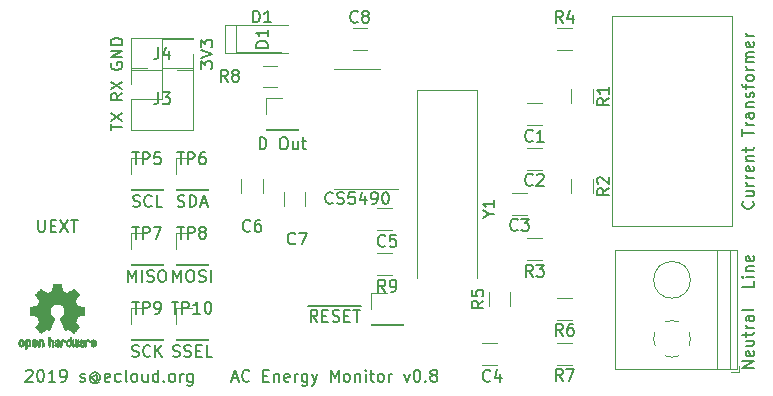
<source format=gbr>
G04 #@! TF.GenerationSoftware,KiCad,Pcbnew,5.1.4*
G04 #@! TF.CreationDate,2019-08-27T08:05:14+02:00*
G04 #@! TF.ProjectId,CS5490_UEXT,43533534-3930-45f5-9545-58542e6b6963,rev?*
G04 #@! TF.SameCoordinates,Original*
G04 #@! TF.FileFunction,Legend,Top*
G04 #@! TF.FilePolarity,Positive*
%FSLAX46Y46*%
G04 Gerber Fmt 4.6, Leading zero omitted, Abs format (unit mm)*
G04 Created by KiCad (PCBNEW 5.1.4) date 2019-08-27 08:05:14*
%MOMM*%
%LPD*%
G04 APERTURE LIST*
%ADD10C,0.150000*%
%ADD11C,0.120000*%
%ADD12C,0.010000*%
G04 APERTURE END LIST*
D10*
X112594523Y-112561666D02*
X113070714Y-112561666D01*
X112499285Y-112847380D02*
X112832619Y-111847380D01*
X113165952Y-112847380D01*
X114070714Y-112752142D02*
X114023095Y-112799761D01*
X113880238Y-112847380D01*
X113785000Y-112847380D01*
X113642142Y-112799761D01*
X113546904Y-112704523D01*
X113499285Y-112609285D01*
X113451666Y-112418809D01*
X113451666Y-112275952D01*
X113499285Y-112085476D01*
X113546904Y-111990238D01*
X113642142Y-111895000D01*
X113785000Y-111847380D01*
X113880238Y-111847380D01*
X114023095Y-111895000D01*
X114070714Y-111942619D01*
X115261190Y-112323571D02*
X115594523Y-112323571D01*
X115737380Y-112847380D02*
X115261190Y-112847380D01*
X115261190Y-111847380D01*
X115737380Y-111847380D01*
X116165952Y-112180714D02*
X116165952Y-112847380D01*
X116165952Y-112275952D02*
X116213571Y-112228333D01*
X116308809Y-112180714D01*
X116451666Y-112180714D01*
X116546904Y-112228333D01*
X116594523Y-112323571D01*
X116594523Y-112847380D01*
X117451666Y-112799761D02*
X117356428Y-112847380D01*
X117165952Y-112847380D01*
X117070714Y-112799761D01*
X117023095Y-112704523D01*
X117023095Y-112323571D01*
X117070714Y-112228333D01*
X117165952Y-112180714D01*
X117356428Y-112180714D01*
X117451666Y-112228333D01*
X117499285Y-112323571D01*
X117499285Y-112418809D01*
X117023095Y-112514047D01*
X117927857Y-112847380D02*
X117927857Y-112180714D01*
X117927857Y-112371190D02*
X117975476Y-112275952D01*
X118023095Y-112228333D01*
X118118333Y-112180714D01*
X118213571Y-112180714D01*
X118975476Y-112180714D02*
X118975476Y-112990238D01*
X118927857Y-113085476D01*
X118880238Y-113133095D01*
X118785000Y-113180714D01*
X118642142Y-113180714D01*
X118546904Y-113133095D01*
X118975476Y-112799761D02*
X118880238Y-112847380D01*
X118689761Y-112847380D01*
X118594523Y-112799761D01*
X118546904Y-112752142D01*
X118499285Y-112656904D01*
X118499285Y-112371190D01*
X118546904Y-112275952D01*
X118594523Y-112228333D01*
X118689761Y-112180714D01*
X118880238Y-112180714D01*
X118975476Y-112228333D01*
X119356428Y-112180714D02*
X119594523Y-112847380D01*
X119832619Y-112180714D02*
X119594523Y-112847380D01*
X119499285Y-113085476D01*
X119451666Y-113133095D01*
X119356428Y-113180714D01*
X120975476Y-112847380D02*
X120975476Y-111847380D01*
X121308809Y-112561666D01*
X121642142Y-111847380D01*
X121642142Y-112847380D01*
X122261190Y-112847380D02*
X122165952Y-112799761D01*
X122118333Y-112752142D01*
X122070714Y-112656904D01*
X122070714Y-112371190D01*
X122118333Y-112275952D01*
X122165952Y-112228333D01*
X122261190Y-112180714D01*
X122404047Y-112180714D01*
X122499285Y-112228333D01*
X122546904Y-112275952D01*
X122594523Y-112371190D01*
X122594523Y-112656904D01*
X122546904Y-112752142D01*
X122499285Y-112799761D01*
X122404047Y-112847380D01*
X122261190Y-112847380D01*
X123023095Y-112180714D02*
X123023095Y-112847380D01*
X123023095Y-112275952D02*
X123070714Y-112228333D01*
X123165952Y-112180714D01*
X123308809Y-112180714D01*
X123404047Y-112228333D01*
X123451666Y-112323571D01*
X123451666Y-112847380D01*
X123927857Y-112847380D02*
X123927857Y-112180714D01*
X123927857Y-111847380D02*
X123880238Y-111895000D01*
X123927857Y-111942619D01*
X123975476Y-111895000D01*
X123927857Y-111847380D01*
X123927857Y-111942619D01*
X124261190Y-112180714D02*
X124642142Y-112180714D01*
X124404047Y-111847380D02*
X124404047Y-112704523D01*
X124451666Y-112799761D01*
X124546904Y-112847380D01*
X124642142Y-112847380D01*
X125118333Y-112847380D02*
X125023095Y-112799761D01*
X124975476Y-112752142D01*
X124927857Y-112656904D01*
X124927857Y-112371190D01*
X124975476Y-112275952D01*
X125023095Y-112228333D01*
X125118333Y-112180714D01*
X125261190Y-112180714D01*
X125356428Y-112228333D01*
X125404047Y-112275952D01*
X125451666Y-112371190D01*
X125451666Y-112656904D01*
X125404047Y-112752142D01*
X125356428Y-112799761D01*
X125261190Y-112847380D01*
X125118333Y-112847380D01*
X125880238Y-112847380D02*
X125880238Y-112180714D01*
X125880238Y-112371190D02*
X125927857Y-112275952D01*
X125975476Y-112228333D01*
X126070714Y-112180714D01*
X126165952Y-112180714D01*
X127165952Y-112180714D02*
X127404047Y-112847380D01*
X127642142Y-112180714D01*
X128213571Y-111847380D02*
X128308809Y-111847380D01*
X128404047Y-111895000D01*
X128451666Y-111942619D01*
X128499285Y-112037857D01*
X128546904Y-112228333D01*
X128546904Y-112466428D01*
X128499285Y-112656904D01*
X128451666Y-112752142D01*
X128404047Y-112799761D01*
X128308809Y-112847380D01*
X128213571Y-112847380D01*
X128118333Y-112799761D01*
X128070714Y-112752142D01*
X128023095Y-112656904D01*
X127975476Y-112466428D01*
X127975476Y-112228333D01*
X128023095Y-112037857D01*
X128070714Y-111942619D01*
X128118333Y-111895000D01*
X128213571Y-111847380D01*
X128975476Y-112752142D02*
X129023095Y-112799761D01*
X128975476Y-112847380D01*
X128927857Y-112799761D01*
X128975476Y-112752142D01*
X128975476Y-112847380D01*
X129594523Y-112275952D02*
X129499285Y-112228333D01*
X129451666Y-112180714D01*
X129404047Y-112085476D01*
X129404047Y-112037857D01*
X129451666Y-111942619D01*
X129499285Y-111895000D01*
X129594523Y-111847380D01*
X129785000Y-111847380D01*
X129880238Y-111895000D01*
X129927857Y-111942619D01*
X129975476Y-112037857D01*
X129975476Y-112085476D01*
X129927857Y-112180714D01*
X129880238Y-112228333D01*
X129785000Y-112275952D01*
X129594523Y-112275952D01*
X129499285Y-112323571D01*
X129451666Y-112371190D01*
X129404047Y-112466428D01*
X129404047Y-112656904D01*
X129451666Y-112752142D01*
X129499285Y-112799761D01*
X129594523Y-112847380D01*
X129785000Y-112847380D01*
X129880238Y-112799761D01*
X129927857Y-112752142D01*
X129975476Y-112656904D01*
X129975476Y-112466428D01*
X129927857Y-112371190D01*
X129880238Y-112323571D01*
X129785000Y-112275952D01*
X156789380Y-111696190D02*
X155789380Y-111696190D01*
X156789380Y-111124761D01*
X155789380Y-111124761D01*
X156741761Y-110267619D02*
X156789380Y-110362857D01*
X156789380Y-110553333D01*
X156741761Y-110648571D01*
X156646523Y-110696190D01*
X156265571Y-110696190D01*
X156170333Y-110648571D01*
X156122714Y-110553333D01*
X156122714Y-110362857D01*
X156170333Y-110267619D01*
X156265571Y-110220000D01*
X156360809Y-110220000D01*
X156456047Y-110696190D01*
X156122714Y-109362857D02*
X156789380Y-109362857D01*
X156122714Y-109791428D02*
X156646523Y-109791428D01*
X156741761Y-109743809D01*
X156789380Y-109648571D01*
X156789380Y-109505714D01*
X156741761Y-109410476D01*
X156694142Y-109362857D01*
X156122714Y-109029523D02*
X156122714Y-108648571D01*
X155789380Y-108886666D02*
X156646523Y-108886666D01*
X156741761Y-108839047D01*
X156789380Y-108743809D01*
X156789380Y-108648571D01*
X156789380Y-108315238D02*
X156122714Y-108315238D01*
X156313190Y-108315238D02*
X156217952Y-108267619D01*
X156170333Y-108220000D01*
X156122714Y-108124761D01*
X156122714Y-108029523D01*
X156789380Y-107267619D02*
X156265571Y-107267619D01*
X156170333Y-107315238D01*
X156122714Y-107410476D01*
X156122714Y-107600952D01*
X156170333Y-107696190D01*
X156741761Y-107267619D02*
X156789380Y-107362857D01*
X156789380Y-107600952D01*
X156741761Y-107696190D01*
X156646523Y-107743809D01*
X156551285Y-107743809D01*
X156456047Y-107696190D01*
X156408428Y-107600952D01*
X156408428Y-107362857D01*
X156360809Y-107267619D01*
X156789380Y-106648571D02*
X156741761Y-106743809D01*
X156646523Y-106791428D01*
X155789380Y-106791428D01*
X95163571Y-111942619D02*
X95211190Y-111895000D01*
X95306428Y-111847380D01*
X95544523Y-111847380D01*
X95639761Y-111895000D01*
X95687380Y-111942619D01*
X95735000Y-112037857D01*
X95735000Y-112133095D01*
X95687380Y-112275952D01*
X95115952Y-112847380D01*
X95735000Y-112847380D01*
X96354047Y-111847380D02*
X96449285Y-111847380D01*
X96544523Y-111895000D01*
X96592142Y-111942619D01*
X96639761Y-112037857D01*
X96687380Y-112228333D01*
X96687380Y-112466428D01*
X96639761Y-112656904D01*
X96592142Y-112752142D01*
X96544523Y-112799761D01*
X96449285Y-112847380D01*
X96354047Y-112847380D01*
X96258809Y-112799761D01*
X96211190Y-112752142D01*
X96163571Y-112656904D01*
X96115952Y-112466428D01*
X96115952Y-112228333D01*
X96163571Y-112037857D01*
X96211190Y-111942619D01*
X96258809Y-111895000D01*
X96354047Y-111847380D01*
X97639761Y-112847380D02*
X97068333Y-112847380D01*
X97354047Y-112847380D02*
X97354047Y-111847380D01*
X97258809Y-111990238D01*
X97163571Y-112085476D01*
X97068333Y-112133095D01*
X98115952Y-112847380D02*
X98306428Y-112847380D01*
X98401666Y-112799761D01*
X98449285Y-112752142D01*
X98544523Y-112609285D01*
X98592142Y-112418809D01*
X98592142Y-112037857D01*
X98544523Y-111942619D01*
X98496904Y-111895000D01*
X98401666Y-111847380D01*
X98211190Y-111847380D01*
X98115952Y-111895000D01*
X98068333Y-111942619D01*
X98020714Y-112037857D01*
X98020714Y-112275952D01*
X98068333Y-112371190D01*
X98115952Y-112418809D01*
X98211190Y-112466428D01*
X98401666Y-112466428D01*
X98496904Y-112418809D01*
X98544523Y-112371190D01*
X98592142Y-112275952D01*
X99735000Y-112799761D02*
X99830238Y-112847380D01*
X100020714Y-112847380D01*
X100115952Y-112799761D01*
X100163571Y-112704523D01*
X100163571Y-112656904D01*
X100115952Y-112561666D01*
X100020714Y-112514047D01*
X99877857Y-112514047D01*
X99782619Y-112466428D01*
X99735000Y-112371190D01*
X99735000Y-112323571D01*
X99782619Y-112228333D01*
X99877857Y-112180714D01*
X100020714Y-112180714D01*
X100115952Y-112228333D01*
X101211190Y-112371190D02*
X101163571Y-112323571D01*
X101068333Y-112275952D01*
X100973095Y-112275952D01*
X100877857Y-112323571D01*
X100830238Y-112371190D01*
X100782619Y-112466428D01*
X100782619Y-112561666D01*
X100830238Y-112656904D01*
X100877857Y-112704523D01*
X100973095Y-112752142D01*
X101068333Y-112752142D01*
X101163571Y-112704523D01*
X101211190Y-112656904D01*
X101211190Y-112275952D02*
X101211190Y-112656904D01*
X101258809Y-112704523D01*
X101306428Y-112704523D01*
X101401666Y-112656904D01*
X101449285Y-112561666D01*
X101449285Y-112323571D01*
X101354047Y-112180714D01*
X101211190Y-112085476D01*
X101020714Y-112037857D01*
X100830238Y-112085476D01*
X100687380Y-112180714D01*
X100592142Y-112323571D01*
X100544523Y-112514047D01*
X100592142Y-112704523D01*
X100687380Y-112847380D01*
X100830238Y-112942619D01*
X101020714Y-112990238D01*
X101211190Y-112942619D01*
X101354047Y-112847380D01*
X102258809Y-112799761D02*
X102163571Y-112847380D01*
X101973095Y-112847380D01*
X101877857Y-112799761D01*
X101830238Y-112704523D01*
X101830238Y-112323571D01*
X101877857Y-112228333D01*
X101973095Y-112180714D01*
X102163571Y-112180714D01*
X102258809Y-112228333D01*
X102306428Y-112323571D01*
X102306428Y-112418809D01*
X101830238Y-112514047D01*
X103163571Y-112799761D02*
X103068333Y-112847380D01*
X102877857Y-112847380D01*
X102782619Y-112799761D01*
X102735000Y-112752142D01*
X102687380Y-112656904D01*
X102687380Y-112371190D01*
X102735000Y-112275952D01*
X102782619Y-112228333D01*
X102877857Y-112180714D01*
X103068333Y-112180714D01*
X103163571Y-112228333D01*
X103735000Y-112847380D02*
X103639761Y-112799761D01*
X103592142Y-112704523D01*
X103592142Y-111847380D01*
X104258809Y-112847380D02*
X104163571Y-112799761D01*
X104115952Y-112752142D01*
X104068333Y-112656904D01*
X104068333Y-112371190D01*
X104115952Y-112275952D01*
X104163571Y-112228333D01*
X104258809Y-112180714D01*
X104401666Y-112180714D01*
X104496904Y-112228333D01*
X104544523Y-112275952D01*
X104592142Y-112371190D01*
X104592142Y-112656904D01*
X104544523Y-112752142D01*
X104496904Y-112799761D01*
X104401666Y-112847380D01*
X104258809Y-112847380D01*
X105449285Y-112180714D02*
X105449285Y-112847380D01*
X105020714Y-112180714D02*
X105020714Y-112704523D01*
X105068333Y-112799761D01*
X105163571Y-112847380D01*
X105306428Y-112847380D01*
X105401666Y-112799761D01*
X105449285Y-112752142D01*
X106354047Y-112847380D02*
X106354047Y-111847380D01*
X106354047Y-112799761D02*
X106258809Y-112847380D01*
X106068333Y-112847380D01*
X105973095Y-112799761D01*
X105925476Y-112752142D01*
X105877857Y-112656904D01*
X105877857Y-112371190D01*
X105925476Y-112275952D01*
X105973095Y-112228333D01*
X106068333Y-112180714D01*
X106258809Y-112180714D01*
X106354047Y-112228333D01*
X106830238Y-112752142D02*
X106877857Y-112799761D01*
X106830238Y-112847380D01*
X106782619Y-112799761D01*
X106830238Y-112752142D01*
X106830238Y-112847380D01*
X107449285Y-112847380D02*
X107354047Y-112799761D01*
X107306428Y-112752142D01*
X107258809Y-112656904D01*
X107258809Y-112371190D01*
X107306428Y-112275952D01*
X107354047Y-112228333D01*
X107449285Y-112180714D01*
X107592142Y-112180714D01*
X107687380Y-112228333D01*
X107735000Y-112275952D01*
X107782619Y-112371190D01*
X107782619Y-112656904D01*
X107735000Y-112752142D01*
X107687380Y-112799761D01*
X107592142Y-112847380D01*
X107449285Y-112847380D01*
X108211190Y-112847380D02*
X108211190Y-112180714D01*
X108211190Y-112371190D02*
X108258809Y-112275952D01*
X108306428Y-112228333D01*
X108401666Y-112180714D01*
X108496904Y-112180714D01*
X109258809Y-112180714D02*
X109258809Y-112990238D01*
X109211190Y-113085476D01*
X109163571Y-113133095D01*
X109068333Y-113180714D01*
X108925476Y-113180714D01*
X108830238Y-113133095D01*
X109258809Y-112799761D02*
X109163571Y-112847380D01*
X108973095Y-112847380D01*
X108877857Y-112799761D01*
X108830238Y-112752142D01*
X108782619Y-112656904D01*
X108782619Y-112371190D01*
X108830238Y-112275952D01*
X108877857Y-112228333D01*
X108973095Y-112180714D01*
X109163571Y-112180714D01*
X109258809Y-112228333D01*
X96194761Y-99147380D02*
X96194761Y-99956904D01*
X96242380Y-100052142D01*
X96290000Y-100099761D01*
X96385238Y-100147380D01*
X96575714Y-100147380D01*
X96670952Y-100099761D01*
X96718571Y-100052142D01*
X96766190Y-99956904D01*
X96766190Y-99147380D01*
X97242380Y-99623571D02*
X97575714Y-99623571D01*
X97718571Y-100147380D02*
X97242380Y-100147380D01*
X97242380Y-99147380D01*
X97718571Y-99147380D01*
X98051904Y-99147380D02*
X98718571Y-100147380D01*
X98718571Y-99147380D02*
X98051904Y-100147380D01*
X98956666Y-99147380D02*
X99528095Y-99147380D01*
X99242380Y-100147380D02*
X99242380Y-99147380D01*
X109942380Y-86328095D02*
X109942380Y-85709047D01*
X110323333Y-86042380D01*
X110323333Y-85899523D01*
X110370952Y-85804285D01*
X110418571Y-85756666D01*
X110513809Y-85709047D01*
X110751904Y-85709047D01*
X110847142Y-85756666D01*
X110894761Y-85804285D01*
X110942380Y-85899523D01*
X110942380Y-86185238D01*
X110894761Y-86280476D01*
X110847142Y-86328095D01*
X109942380Y-85423333D02*
X110942380Y-85090000D01*
X109942380Y-84756666D01*
X109942380Y-84518571D02*
X109942380Y-83899523D01*
X110323333Y-84232857D01*
X110323333Y-84090000D01*
X110370952Y-83994761D01*
X110418571Y-83947142D01*
X110513809Y-83899523D01*
X110751904Y-83899523D01*
X110847142Y-83947142D01*
X110894761Y-83994761D01*
X110942380Y-84090000D01*
X110942380Y-84375714D01*
X110894761Y-84470952D01*
X110847142Y-84518571D01*
X102370000Y-85851904D02*
X102322380Y-85947142D01*
X102322380Y-86090000D01*
X102370000Y-86232857D01*
X102465238Y-86328095D01*
X102560476Y-86375714D01*
X102750952Y-86423333D01*
X102893809Y-86423333D01*
X103084285Y-86375714D01*
X103179523Y-86328095D01*
X103274761Y-86232857D01*
X103322380Y-86090000D01*
X103322380Y-85994761D01*
X103274761Y-85851904D01*
X103227142Y-85804285D01*
X102893809Y-85804285D01*
X102893809Y-85994761D01*
X103322380Y-85375714D02*
X102322380Y-85375714D01*
X103322380Y-84804285D01*
X102322380Y-84804285D01*
X103322380Y-84328095D02*
X102322380Y-84328095D01*
X102322380Y-84090000D01*
X102370000Y-83947142D01*
X102465238Y-83851904D01*
X102560476Y-83804285D01*
X102750952Y-83756666D01*
X102893809Y-83756666D01*
X103084285Y-83804285D01*
X103179523Y-83851904D01*
X103274761Y-83947142D01*
X103322380Y-84090000D01*
X103322380Y-84328095D01*
X103322380Y-88431666D02*
X102846190Y-88765000D01*
X103322380Y-89003095D02*
X102322380Y-89003095D01*
X102322380Y-88622142D01*
X102370000Y-88526904D01*
X102417619Y-88479285D01*
X102512857Y-88431666D01*
X102655714Y-88431666D01*
X102750952Y-88479285D01*
X102798571Y-88526904D01*
X102846190Y-88622142D01*
X102846190Y-89003095D01*
X102322380Y-88098333D02*
X103322380Y-87431666D01*
X102322380Y-87431666D02*
X103322380Y-88098333D01*
X102322380Y-91566904D02*
X102322380Y-90995476D01*
X103322380Y-91281190D02*
X102322380Y-91281190D01*
X102322380Y-90757380D02*
X103322380Y-90090714D01*
X102322380Y-90090714D02*
X103322380Y-90757380D01*
D11*
X115185436Y-87905000D02*
X116389564Y-87905000D01*
X115185436Y-86085000D02*
X116389564Y-86085000D01*
X112904000Y-84955000D02*
X116789000Y-84955000D01*
X112904000Y-82685000D02*
X112904000Y-84955000D01*
X116789000Y-82685000D02*
X112904000Y-82685000D01*
X155560000Y-112020000D02*
X155560000Y-111520000D01*
X154820000Y-112020000D02*
X155560000Y-112020000D01*
X145000000Y-101660000D02*
X155320000Y-101660000D01*
X145000000Y-111780000D02*
X155320000Y-111780000D01*
X155320000Y-111780000D02*
X155320000Y-101660000D01*
X145000000Y-111780000D02*
X145000000Y-101660000D01*
X153660000Y-111780000D02*
X153660000Y-101660000D01*
X154760000Y-111780000D02*
X154760000Y-101660000D01*
X151415000Y-104220000D02*
G75*
G03X151415000Y-104220000I-1555000J0D01*
G01*
X151415492Y-109192989D02*
G75*
G02X151292000Y-109828000I-1555492J-27011D01*
G01*
X150467742Y-110652109D02*
G75*
G02X149252000Y-110652000I-607742J1432109D01*
G01*
X148427891Y-109827742D02*
G75*
G02X148428000Y-108612000I1432109J607742D01*
G01*
X149252258Y-107787891D02*
G75*
G02X150468000Y-107788000I607742J-1432109D01*
G01*
X151291385Y-108612413D02*
G75*
G02X151415000Y-109220000I-1431385J-607587D01*
G01*
X124910436Y-99970000D02*
X126114564Y-99970000D01*
X124910436Y-98150000D02*
X126114564Y-98150000D01*
X116982500Y-96770436D02*
X116982500Y-97974564D01*
X118802500Y-96770436D02*
X118802500Y-97974564D01*
X154940000Y-99695000D02*
X144780000Y-99695000D01*
X154940000Y-81915000D02*
X154940000Y-99695000D01*
X144780000Y-81915000D02*
X154940000Y-81915000D01*
X144780000Y-99695000D02*
X144780000Y-81915000D01*
X111982500Y-84980000D02*
X117367500Y-84980000D01*
X111982500Y-82660000D02*
X111982500Y-84980000D01*
X117367500Y-82660000D02*
X111982500Y-82660000D01*
X128260000Y-88127500D02*
X128260000Y-104102500D01*
X133360000Y-88127500D02*
X128260000Y-88127500D01*
X133360000Y-104102500D02*
X133360000Y-88127500D01*
X109280000Y-86420000D02*
X107950000Y-86420000D01*
X109280000Y-85090000D02*
X109280000Y-86420000D01*
X106680000Y-86420000D02*
X104080000Y-86420000D01*
X106680000Y-83820000D02*
X106680000Y-86420000D01*
X109280000Y-83820000D02*
X106680000Y-83820000D01*
X104080000Y-86420000D02*
X104080000Y-83760000D01*
X109280000Y-83820000D02*
X109280000Y-83760000D01*
X109280000Y-83760000D02*
X104080000Y-83760000D01*
X107890000Y-106620000D02*
X109220000Y-106620000D01*
X107890000Y-107950000D02*
X107890000Y-106620000D01*
X107890000Y-109220000D02*
X110550000Y-109220000D01*
X110550000Y-109220000D02*
X110550000Y-109280000D01*
X107890000Y-109220000D02*
X107890000Y-109280000D01*
X107890000Y-109280000D02*
X110550000Y-109280000D01*
X104080000Y-106620000D02*
X105410000Y-106620000D01*
X104080000Y-107950000D02*
X104080000Y-106620000D01*
X104080000Y-109220000D02*
X106740000Y-109220000D01*
X106740000Y-109220000D02*
X106740000Y-109280000D01*
X104080000Y-109220000D02*
X104080000Y-109280000D01*
X104080000Y-109280000D02*
X106740000Y-109280000D01*
X107890000Y-100270000D02*
X109220000Y-100270000D01*
X107890000Y-101600000D02*
X107890000Y-100270000D01*
X107890000Y-102870000D02*
X110550000Y-102870000D01*
X110550000Y-102870000D02*
X110550000Y-102930000D01*
X107890000Y-102870000D02*
X107890000Y-102930000D01*
X107890000Y-102930000D02*
X110550000Y-102930000D01*
X104080000Y-100270000D02*
X105410000Y-100270000D01*
X104080000Y-101600000D02*
X104080000Y-100270000D01*
X104080000Y-102870000D02*
X106740000Y-102870000D01*
X106740000Y-102870000D02*
X106740000Y-102930000D01*
X104080000Y-102870000D02*
X104080000Y-102930000D01*
X104080000Y-102930000D02*
X106740000Y-102930000D01*
X107890000Y-93920000D02*
X109220000Y-93920000D01*
X107890000Y-95250000D02*
X107890000Y-93920000D01*
X107890000Y-96520000D02*
X110550000Y-96520000D01*
X110550000Y-96520000D02*
X110550000Y-96580000D01*
X107890000Y-96520000D02*
X107890000Y-96580000D01*
X107890000Y-96580000D02*
X110550000Y-96580000D01*
X104080000Y-93920000D02*
X105410000Y-93920000D01*
X104080000Y-95250000D02*
X104080000Y-93920000D01*
X104080000Y-96520000D02*
X106740000Y-96520000D01*
X106740000Y-96520000D02*
X106740000Y-96580000D01*
X104080000Y-96520000D02*
X104080000Y-96580000D01*
X104080000Y-96580000D02*
X106740000Y-96580000D01*
X124400000Y-105350000D02*
X125730000Y-105350000D01*
X124400000Y-106680000D02*
X124400000Y-105350000D01*
X124400000Y-107950000D02*
X127060000Y-107950000D01*
X127060000Y-107950000D02*
X127060000Y-108010000D01*
X124400000Y-107950000D02*
X124400000Y-108010000D01*
X124400000Y-108010000D02*
X127060000Y-108010000D01*
X115510000Y-88840000D02*
X116840000Y-88840000D01*
X115510000Y-90170000D02*
X115510000Y-88840000D01*
X115510000Y-91440000D02*
X118170000Y-91440000D01*
X118170000Y-91440000D02*
X118170000Y-91500000D01*
X115510000Y-91440000D02*
X115510000Y-91500000D01*
X115510000Y-91500000D02*
X118170000Y-91500000D01*
X104080000Y-86300000D02*
X105410000Y-86300000D01*
X104080000Y-87630000D02*
X104080000Y-86300000D01*
X106680000Y-86300000D02*
X109280000Y-86300000D01*
X106680000Y-88900000D02*
X106680000Y-86300000D01*
X104080000Y-88900000D02*
X106680000Y-88900000D01*
X109280000Y-86300000D02*
X109280000Y-91500000D01*
X104080000Y-88900000D02*
X104080000Y-91500000D01*
X104080000Y-91500000D02*
X109280000Y-91500000D01*
X137610436Y-91080000D02*
X138814564Y-91080000D01*
X137610436Y-89260000D02*
X138814564Y-89260000D01*
X138814564Y-93070000D02*
X137610436Y-93070000D01*
X138814564Y-94890000D02*
X137610436Y-94890000D01*
X137544564Y-96880000D02*
X136340436Y-96880000D01*
X137544564Y-98700000D02*
X136340436Y-98700000D01*
X133800436Y-111400000D02*
X135004564Y-111400000D01*
X133800436Y-109580000D02*
X135004564Y-109580000D01*
X113390000Y-95700436D02*
X113390000Y-96904564D01*
X115210000Y-95700436D02*
X115210000Y-96904564D01*
X122805436Y-84730000D02*
X124009564Y-84730000D01*
X122805436Y-82910000D02*
X124009564Y-82910000D01*
D12*
G36*
X97893910Y-104557348D02*
G01*
X97972454Y-104557778D01*
X98029298Y-104558942D01*
X98068105Y-104561207D01*
X98092538Y-104564940D01*
X98106262Y-104570506D01*
X98112940Y-104578273D01*
X98116236Y-104588605D01*
X98116556Y-104589943D01*
X98121562Y-104614079D01*
X98130829Y-104661701D01*
X98143392Y-104727741D01*
X98158287Y-104807128D01*
X98174551Y-104894796D01*
X98175119Y-104897875D01*
X98191410Y-104983789D01*
X98206652Y-105059696D01*
X98219861Y-105121045D01*
X98230054Y-105163282D01*
X98236248Y-105181855D01*
X98236543Y-105182184D01*
X98254788Y-105191253D01*
X98292405Y-105206367D01*
X98341271Y-105224262D01*
X98341543Y-105224358D01*
X98403093Y-105247493D01*
X98475657Y-105276965D01*
X98544057Y-105306597D01*
X98547294Y-105308062D01*
X98658702Y-105358626D01*
X98905399Y-105190160D01*
X98981077Y-105138803D01*
X99049631Y-105092889D01*
X99107088Y-105055030D01*
X99149476Y-105027837D01*
X99172825Y-105013921D01*
X99175042Y-105012889D01*
X99192010Y-105017484D01*
X99223701Y-105039655D01*
X99271352Y-105080447D01*
X99336198Y-105140905D01*
X99402397Y-105205227D01*
X99466214Y-105268612D01*
X99523329Y-105326451D01*
X99570305Y-105375175D01*
X99603703Y-105411210D01*
X99620085Y-105430984D01*
X99620694Y-105432002D01*
X99622505Y-105445572D01*
X99615683Y-105467733D01*
X99598540Y-105501478D01*
X99569393Y-105549800D01*
X99526555Y-105615692D01*
X99469448Y-105700517D01*
X99418766Y-105775177D01*
X99373461Y-105842140D01*
X99336150Y-105897516D01*
X99309452Y-105937420D01*
X99295985Y-105957962D01*
X99295137Y-105959356D01*
X99296781Y-105979038D01*
X99309245Y-106017293D01*
X99330048Y-106066889D01*
X99337462Y-106082728D01*
X99369814Y-106153290D01*
X99404328Y-106233353D01*
X99432365Y-106302629D01*
X99452568Y-106354045D01*
X99468615Y-106393119D01*
X99477888Y-106413541D01*
X99479041Y-106415114D01*
X99496096Y-106417721D01*
X99536298Y-106424863D01*
X99594302Y-106435523D01*
X99664763Y-106448685D01*
X99742335Y-106463333D01*
X99821672Y-106478449D01*
X99897431Y-106493018D01*
X99964264Y-106506022D01*
X100016828Y-106516445D01*
X100049776Y-106523270D01*
X100057857Y-106525199D01*
X100066205Y-106529962D01*
X100072506Y-106540718D01*
X100077045Y-106561098D01*
X100080104Y-106594734D01*
X100081967Y-106645255D01*
X100082918Y-106716292D01*
X100083240Y-106811476D01*
X100083257Y-106850492D01*
X100083257Y-107167799D01*
X100007057Y-107182839D01*
X99964663Y-107190995D01*
X99901400Y-107202899D01*
X99824962Y-107217116D01*
X99743043Y-107232210D01*
X99720400Y-107236355D01*
X99644806Y-107251053D01*
X99578953Y-107265505D01*
X99528366Y-107278375D01*
X99498574Y-107288322D01*
X99493612Y-107291287D01*
X99481426Y-107312283D01*
X99463953Y-107352967D01*
X99444577Y-107405322D01*
X99440734Y-107416600D01*
X99415339Y-107486523D01*
X99383817Y-107565418D01*
X99352969Y-107636266D01*
X99352817Y-107636595D01*
X99301447Y-107747733D01*
X99470399Y-107996253D01*
X99639352Y-108244772D01*
X99422429Y-108462058D01*
X99356819Y-108526726D01*
X99296979Y-108583733D01*
X99246267Y-108630033D01*
X99208046Y-108662584D01*
X99185675Y-108678343D01*
X99182466Y-108679343D01*
X99163626Y-108671469D01*
X99125180Y-108649578D01*
X99071330Y-108616267D01*
X99006276Y-108574131D01*
X98935940Y-108526943D01*
X98864555Y-108478810D01*
X98800908Y-108436928D01*
X98749041Y-108403871D01*
X98712995Y-108382218D01*
X98696867Y-108374543D01*
X98677189Y-108381037D01*
X98639875Y-108398150D01*
X98592621Y-108422326D01*
X98587612Y-108425013D01*
X98523977Y-108456927D01*
X98480341Y-108472579D01*
X98453202Y-108472745D01*
X98439057Y-108458204D01*
X98438975Y-108458000D01*
X98431905Y-108440779D01*
X98415042Y-108399899D01*
X98389695Y-108338525D01*
X98357171Y-108259819D01*
X98318778Y-108166947D01*
X98275822Y-108063072D01*
X98234222Y-107962502D01*
X98188504Y-107851516D01*
X98146526Y-107748703D01*
X98109548Y-107657215D01*
X98078827Y-107580201D01*
X98055622Y-107520815D01*
X98041190Y-107482209D01*
X98036743Y-107467800D01*
X98047896Y-107451272D01*
X98077069Y-107424930D01*
X98115971Y-107395887D01*
X98226757Y-107304039D01*
X98313351Y-107198759D01*
X98374716Y-107082266D01*
X98409815Y-106956776D01*
X98417608Y-106824507D01*
X98411943Y-106763457D01*
X98381078Y-106636795D01*
X98327920Y-106524941D01*
X98255767Y-106429001D01*
X98167917Y-106350076D01*
X98067665Y-106289270D01*
X97958310Y-106247687D01*
X97843147Y-106226428D01*
X97725475Y-106226599D01*
X97608590Y-106249301D01*
X97495789Y-106295638D01*
X97390369Y-106366713D01*
X97346368Y-106406911D01*
X97261979Y-106510129D01*
X97203222Y-106622925D01*
X97169704Y-106742010D01*
X97161035Y-106864095D01*
X97176823Y-106985893D01*
X97216678Y-107104116D01*
X97280207Y-107215475D01*
X97367021Y-107316684D01*
X97464029Y-107395887D01*
X97504437Y-107426162D01*
X97532982Y-107452219D01*
X97543257Y-107467825D01*
X97537877Y-107484843D01*
X97522575Y-107525500D01*
X97498612Y-107586642D01*
X97467244Y-107665119D01*
X97429732Y-107757780D01*
X97387333Y-107861472D01*
X97345663Y-107962526D01*
X97299690Y-108073607D01*
X97257107Y-108176541D01*
X97219221Y-108268165D01*
X97187340Y-108345316D01*
X97162771Y-108404831D01*
X97146820Y-108443544D01*
X97140910Y-108458000D01*
X97126948Y-108472685D01*
X97099940Y-108472642D01*
X97056413Y-108457099D01*
X96992890Y-108425284D01*
X96992388Y-108425013D01*
X96944560Y-108400323D01*
X96905897Y-108382338D01*
X96884095Y-108374614D01*
X96883133Y-108374543D01*
X96866721Y-108382378D01*
X96830487Y-108404165D01*
X96778474Y-108437328D01*
X96714725Y-108479291D01*
X96644060Y-108526943D01*
X96572116Y-108575191D01*
X96507274Y-108617151D01*
X96453735Y-108650227D01*
X96415697Y-108671821D01*
X96397533Y-108679343D01*
X96380808Y-108669457D01*
X96347180Y-108641826D01*
X96300010Y-108599495D01*
X96242658Y-108545505D01*
X96178484Y-108482899D01*
X96157497Y-108461983D01*
X95940499Y-108244623D01*
X96105668Y-108002220D01*
X96155864Y-107927781D01*
X96199919Y-107860972D01*
X96235362Y-107805665D01*
X96259719Y-107765729D01*
X96270522Y-107745036D01*
X96270838Y-107743563D01*
X96265143Y-107724058D01*
X96249826Y-107684822D01*
X96227537Y-107632430D01*
X96211893Y-107597355D01*
X96182641Y-107530201D01*
X96155094Y-107462358D01*
X96133737Y-107405034D01*
X96127935Y-107387572D01*
X96111452Y-107340938D01*
X96095340Y-107304905D01*
X96086490Y-107291287D01*
X96066960Y-107282952D01*
X96024334Y-107271137D01*
X95964145Y-107257181D01*
X95891922Y-107242422D01*
X95859600Y-107236355D01*
X95777522Y-107221273D01*
X95698795Y-107206669D01*
X95631109Y-107193980D01*
X95582160Y-107184642D01*
X95572943Y-107182839D01*
X95496743Y-107167799D01*
X95496743Y-106850492D01*
X95496914Y-106746154D01*
X95497616Y-106667213D01*
X95499134Y-106610038D01*
X95501749Y-106570999D01*
X95505746Y-106546465D01*
X95511409Y-106532805D01*
X95519020Y-106526389D01*
X95522143Y-106525199D01*
X95540978Y-106520980D01*
X95582588Y-106512562D01*
X95641630Y-106500961D01*
X95712757Y-106487195D01*
X95790625Y-106472280D01*
X95869887Y-106457232D01*
X95945198Y-106443069D01*
X96011213Y-106430806D01*
X96062587Y-106421461D01*
X96093975Y-106416050D01*
X96100959Y-106415114D01*
X96107285Y-106402596D01*
X96121290Y-106369246D01*
X96140355Y-106321377D01*
X96147634Y-106302629D01*
X96176996Y-106230195D01*
X96211571Y-106150170D01*
X96242537Y-106082728D01*
X96265323Y-106031159D01*
X96280482Y-105988785D01*
X96285542Y-105962834D01*
X96284736Y-105959356D01*
X96274041Y-105942936D01*
X96249620Y-105906417D01*
X96214095Y-105853687D01*
X96170087Y-105788635D01*
X96120217Y-105715151D01*
X96110356Y-105700645D01*
X96052492Y-105614704D01*
X96009956Y-105549261D01*
X95981054Y-105501304D01*
X95964090Y-105467820D01*
X95957367Y-105445795D01*
X95959190Y-105432217D01*
X95959236Y-105432131D01*
X95973586Y-105414297D01*
X96005323Y-105379817D01*
X96051010Y-105332268D01*
X96107204Y-105275222D01*
X96170468Y-105212255D01*
X96177602Y-105205227D01*
X96257330Y-105128020D01*
X96318857Y-105071330D01*
X96363421Y-105034110D01*
X96392257Y-105015315D01*
X96404958Y-105012889D01*
X96423494Y-105023471D01*
X96461961Y-105047916D01*
X96516386Y-105083612D01*
X96582798Y-105127947D01*
X96657225Y-105178311D01*
X96674601Y-105190160D01*
X96921297Y-105358626D01*
X97032706Y-105308062D01*
X97100457Y-105278595D01*
X97173183Y-105248959D01*
X97235703Y-105225330D01*
X97238457Y-105224358D01*
X97287360Y-105206457D01*
X97325057Y-105191320D01*
X97343425Y-105182210D01*
X97343456Y-105182184D01*
X97349285Y-105165717D01*
X97359192Y-105125219D01*
X97372195Y-105065242D01*
X97387309Y-104990340D01*
X97403552Y-104905064D01*
X97404881Y-104897875D01*
X97421175Y-104810014D01*
X97436133Y-104730260D01*
X97448791Y-104663681D01*
X97458186Y-104615347D01*
X97463354Y-104590325D01*
X97463444Y-104589943D01*
X97466589Y-104579299D01*
X97472704Y-104571262D01*
X97485453Y-104565467D01*
X97508500Y-104561547D01*
X97545509Y-104559135D01*
X97600144Y-104557865D01*
X97676067Y-104557371D01*
X97776944Y-104557286D01*
X97790000Y-104557286D01*
X97893910Y-104557348D01*
X97893910Y-104557348D01*
G37*
X97893910Y-104557348D02*
X97972454Y-104557778D01*
X98029298Y-104558942D01*
X98068105Y-104561207D01*
X98092538Y-104564940D01*
X98106262Y-104570506D01*
X98112940Y-104578273D01*
X98116236Y-104588605D01*
X98116556Y-104589943D01*
X98121562Y-104614079D01*
X98130829Y-104661701D01*
X98143392Y-104727741D01*
X98158287Y-104807128D01*
X98174551Y-104894796D01*
X98175119Y-104897875D01*
X98191410Y-104983789D01*
X98206652Y-105059696D01*
X98219861Y-105121045D01*
X98230054Y-105163282D01*
X98236248Y-105181855D01*
X98236543Y-105182184D01*
X98254788Y-105191253D01*
X98292405Y-105206367D01*
X98341271Y-105224262D01*
X98341543Y-105224358D01*
X98403093Y-105247493D01*
X98475657Y-105276965D01*
X98544057Y-105306597D01*
X98547294Y-105308062D01*
X98658702Y-105358626D01*
X98905399Y-105190160D01*
X98981077Y-105138803D01*
X99049631Y-105092889D01*
X99107088Y-105055030D01*
X99149476Y-105027837D01*
X99172825Y-105013921D01*
X99175042Y-105012889D01*
X99192010Y-105017484D01*
X99223701Y-105039655D01*
X99271352Y-105080447D01*
X99336198Y-105140905D01*
X99402397Y-105205227D01*
X99466214Y-105268612D01*
X99523329Y-105326451D01*
X99570305Y-105375175D01*
X99603703Y-105411210D01*
X99620085Y-105430984D01*
X99620694Y-105432002D01*
X99622505Y-105445572D01*
X99615683Y-105467733D01*
X99598540Y-105501478D01*
X99569393Y-105549800D01*
X99526555Y-105615692D01*
X99469448Y-105700517D01*
X99418766Y-105775177D01*
X99373461Y-105842140D01*
X99336150Y-105897516D01*
X99309452Y-105937420D01*
X99295985Y-105957962D01*
X99295137Y-105959356D01*
X99296781Y-105979038D01*
X99309245Y-106017293D01*
X99330048Y-106066889D01*
X99337462Y-106082728D01*
X99369814Y-106153290D01*
X99404328Y-106233353D01*
X99432365Y-106302629D01*
X99452568Y-106354045D01*
X99468615Y-106393119D01*
X99477888Y-106413541D01*
X99479041Y-106415114D01*
X99496096Y-106417721D01*
X99536298Y-106424863D01*
X99594302Y-106435523D01*
X99664763Y-106448685D01*
X99742335Y-106463333D01*
X99821672Y-106478449D01*
X99897431Y-106493018D01*
X99964264Y-106506022D01*
X100016828Y-106516445D01*
X100049776Y-106523270D01*
X100057857Y-106525199D01*
X100066205Y-106529962D01*
X100072506Y-106540718D01*
X100077045Y-106561098D01*
X100080104Y-106594734D01*
X100081967Y-106645255D01*
X100082918Y-106716292D01*
X100083240Y-106811476D01*
X100083257Y-106850492D01*
X100083257Y-107167799D01*
X100007057Y-107182839D01*
X99964663Y-107190995D01*
X99901400Y-107202899D01*
X99824962Y-107217116D01*
X99743043Y-107232210D01*
X99720400Y-107236355D01*
X99644806Y-107251053D01*
X99578953Y-107265505D01*
X99528366Y-107278375D01*
X99498574Y-107288322D01*
X99493612Y-107291287D01*
X99481426Y-107312283D01*
X99463953Y-107352967D01*
X99444577Y-107405322D01*
X99440734Y-107416600D01*
X99415339Y-107486523D01*
X99383817Y-107565418D01*
X99352969Y-107636266D01*
X99352817Y-107636595D01*
X99301447Y-107747733D01*
X99470399Y-107996253D01*
X99639352Y-108244772D01*
X99422429Y-108462058D01*
X99356819Y-108526726D01*
X99296979Y-108583733D01*
X99246267Y-108630033D01*
X99208046Y-108662584D01*
X99185675Y-108678343D01*
X99182466Y-108679343D01*
X99163626Y-108671469D01*
X99125180Y-108649578D01*
X99071330Y-108616267D01*
X99006276Y-108574131D01*
X98935940Y-108526943D01*
X98864555Y-108478810D01*
X98800908Y-108436928D01*
X98749041Y-108403871D01*
X98712995Y-108382218D01*
X98696867Y-108374543D01*
X98677189Y-108381037D01*
X98639875Y-108398150D01*
X98592621Y-108422326D01*
X98587612Y-108425013D01*
X98523977Y-108456927D01*
X98480341Y-108472579D01*
X98453202Y-108472745D01*
X98439057Y-108458204D01*
X98438975Y-108458000D01*
X98431905Y-108440779D01*
X98415042Y-108399899D01*
X98389695Y-108338525D01*
X98357171Y-108259819D01*
X98318778Y-108166947D01*
X98275822Y-108063072D01*
X98234222Y-107962502D01*
X98188504Y-107851516D01*
X98146526Y-107748703D01*
X98109548Y-107657215D01*
X98078827Y-107580201D01*
X98055622Y-107520815D01*
X98041190Y-107482209D01*
X98036743Y-107467800D01*
X98047896Y-107451272D01*
X98077069Y-107424930D01*
X98115971Y-107395887D01*
X98226757Y-107304039D01*
X98313351Y-107198759D01*
X98374716Y-107082266D01*
X98409815Y-106956776D01*
X98417608Y-106824507D01*
X98411943Y-106763457D01*
X98381078Y-106636795D01*
X98327920Y-106524941D01*
X98255767Y-106429001D01*
X98167917Y-106350076D01*
X98067665Y-106289270D01*
X97958310Y-106247687D01*
X97843147Y-106226428D01*
X97725475Y-106226599D01*
X97608590Y-106249301D01*
X97495789Y-106295638D01*
X97390369Y-106366713D01*
X97346368Y-106406911D01*
X97261979Y-106510129D01*
X97203222Y-106622925D01*
X97169704Y-106742010D01*
X97161035Y-106864095D01*
X97176823Y-106985893D01*
X97216678Y-107104116D01*
X97280207Y-107215475D01*
X97367021Y-107316684D01*
X97464029Y-107395887D01*
X97504437Y-107426162D01*
X97532982Y-107452219D01*
X97543257Y-107467825D01*
X97537877Y-107484843D01*
X97522575Y-107525500D01*
X97498612Y-107586642D01*
X97467244Y-107665119D01*
X97429732Y-107757780D01*
X97387333Y-107861472D01*
X97345663Y-107962526D01*
X97299690Y-108073607D01*
X97257107Y-108176541D01*
X97219221Y-108268165D01*
X97187340Y-108345316D01*
X97162771Y-108404831D01*
X97146820Y-108443544D01*
X97140910Y-108458000D01*
X97126948Y-108472685D01*
X97099940Y-108472642D01*
X97056413Y-108457099D01*
X96992890Y-108425284D01*
X96992388Y-108425013D01*
X96944560Y-108400323D01*
X96905897Y-108382338D01*
X96884095Y-108374614D01*
X96883133Y-108374543D01*
X96866721Y-108382378D01*
X96830487Y-108404165D01*
X96778474Y-108437328D01*
X96714725Y-108479291D01*
X96644060Y-108526943D01*
X96572116Y-108575191D01*
X96507274Y-108617151D01*
X96453735Y-108650227D01*
X96415697Y-108671821D01*
X96397533Y-108679343D01*
X96380808Y-108669457D01*
X96347180Y-108641826D01*
X96300010Y-108599495D01*
X96242658Y-108545505D01*
X96178484Y-108482899D01*
X96157497Y-108461983D01*
X95940499Y-108244623D01*
X96105668Y-108002220D01*
X96155864Y-107927781D01*
X96199919Y-107860972D01*
X96235362Y-107805665D01*
X96259719Y-107765729D01*
X96270522Y-107745036D01*
X96270838Y-107743563D01*
X96265143Y-107724058D01*
X96249826Y-107684822D01*
X96227537Y-107632430D01*
X96211893Y-107597355D01*
X96182641Y-107530201D01*
X96155094Y-107462358D01*
X96133737Y-107405034D01*
X96127935Y-107387572D01*
X96111452Y-107340938D01*
X96095340Y-107304905D01*
X96086490Y-107291287D01*
X96066960Y-107282952D01*
X96024334Y-107271137D01*
X95964145Y-107257181D01*
X95891922Y-107242422D01*
X95859600Y-107236355D01*
X95777522Y-107221273D01*
X95698795Y-107206669D01*
X95631109Y-107193980D01*
X95582160Y-107184642D01*
X95572943Y-107182839D01*
X95496743Y-107167799D01*
X95496743Y-106850492D01*
X95496914Y-106746154D01*
X95497616Y-106667213D01*
X95499134Y-106610038D01*
X95501749Y-106570999D01*
X95505746Y-106546465D01*
X95511409Y-106532805D01*
X95519020Y-106526389D01*
X95522143Y-106525199D01*
X95540978Y-106520980D01*
X95582588Y-106512562D01*
X95641630Y-106500961D01*
X95712757Y-106487195D01*
X95790625Y-106472280D01*
X95869887Y-106457232D01*
X95945198Y-106443069D01*
X96011213Y-106430806D01*
X96062587Y-106421461D01*
X96093975Y-106416050D01*
X96100959Y-106415114D01*
X96107285Y-106402596D01*
X96121290Y-106369246D01*
X96140355Y-106321377D01*
X96147634Y-106302629D01*
X96176996Y-106230195D01*
X96211571Y-106150170D01*
X96242537Y-106082728D01*
X96265323Y-106031159D01*
X96280482Y-105988785D01*
X96285542Y-105962834D01*
X96284736Y-105959356D01*
X96274041Y-105942936D01*
X96249620Y-105906417D01*
X96214095Y-105853687D01*
X96170087Y-105788635D01*
X96120217Y-105715151D01*
X96110356Y-105700645D01*
X96052492Y-105614704D01*
X96009956Y-105549261D01*
X95981054Y-105501304D01*
X95964090Y-105467820D01*
X95957367Y-105445795D01*
X95959190Y-105432217D01*
X95959236Y-105432131D01*
X95973586Y-105414297D01*
X96005323Y-105379817D01*
X96051010Y-105332268D01*
X96107204Y-105275222D01*
X96170468Y-105212255D01*
X96177602Y-105205227D01*
X96257330Y-105128020D01*
X96318857Y-105071330D01*
X96363421Y-105034110D01*
X96392257Y-105015315D01*
X96404958Y-105012889D01*
X96423494Y-105023471D01*
X96461961Y-105047916D01*
X96516386Y-105083612D01*
X96582798Y-105127947D01*
X96657225Y-105178311D01*
X96674601Y-105190160D01*
X96921297Y-105358626D01*
X97032706Y-105308062D01*
X97100457Y-105278595D01*
X97173183Y-105248959D01*
X97235703Y-105225330D01*
X97238457Y-105224358D01*
X97287360Y-105206457D01*
X97325057Y-105191320D01*
X97343425Y-105182210D01*
X97343456Y-105182184D01*
X97349285Y-105165717D01*
X97359192Y-105125219D01*
X97372195Y-105065242D01*
X97387309Y-104990340D01*
X97403552Y-104905064D01*
X97404881Y-104897875D01*
X97421175Y-104810014D01*
X97436133Y-104730260D01*
X97448791Y-104663681D01*
X97458186Y-104615347D01*
X97463354Y-104590325D01*
X97463444Y-104589943D01*
X97466589Y-104579299D01*
X97472704Y-104571262D01*
X97485453Y-104565467D01*
X97508500Y-104561547D01*
X97545509Y-104559135D01*
X97600144Y-104557865D01*
X97676067Y-104557371D01*
X97776944Y-104557286D01*
X97790000Y-104557286D01*
X97893910Y-104557348D01*
G36*
X100943595Y-109281966D02*
G01*
X101001021Y-109319497D01*
X101028719Y-109353096D01*
X101050662Y-109414064D01*
X101052405Y-109462308D01*
X101048457Y-109526816D01*
X100899686Y-109591934D01*
X100827349Y-109625202D01*
X100780084Y-109651964D01*
X100755507Y-109675144D01*
X100751237Y-109697667D01*
X100764889Y-109722455D01*
X100779943Y-109738886D01*
X100823746Y-109765235D01*
X100871389Y-109767081D01*
X100915145Y-109746546D01*
X100947289Y-109705752D01*
X100953038Y-109691347D01*
X100980576Y-109646356D01*
X101012258Y-109627182D01*
X101055714Y-109610779D01*
X101055714Y-109672966D01*
X101051872Y-109715283D01*
X101036823Y-109750969D01*
X101005280Y-109791943D01*
X101000592Y-109797267D01*
X100965506Y-109833720D01*
X100935347Y-109853283D01*
X100897615Y-109862283D01*
X100866335Y-109865230D01*
X100810385Y-109865965D01*
X100770555Y-109856660D01*
X100745708Y-109842846D01*
X100706656Y-109812467D01*
X100679625Y-109779613D01*
X100662517Y-109738294D01*
X100653238Y-109682521D01*
X100649693Y-109606305D01*
X100649410Y-109567622D01*
X100650372Y-109521247D01*
X100738007Y-109521247D01*
X100739023Y-109546126D01*
X100741556Y-109550200D01*
X100758274Y-109544665D01*
X100794249Y-109530017D01*
X100842331Y-109509190D01*
X100852386Y-109504714D01*
X100913152Y-109473814D01*
X100946632Y-109446657D01*
X100953990Y-109421220D01*
X100936391Y-109395481D01*
X100921856Y-109384109D01*
X100869410Y-109361364D01*
X100820322Y-109365122D01*
X100779227Y-109392884D01*
X100750758Y-109442152D01*
X100741631Y-109481257D01*
X100738007Y-109521247D01*
X100650372Y-109521247D01*
X100651285Y-109477249D01*
X100658196Y-109410384D01*
X100671884Y-109361695D01*
X100694096Y-109325849D01*
X100726574Y-109297513D01*
X100740733Y-109288355D01*
X100805053Y-109264507D01*
X100875473Y-109263006D01*
X100943595Y-109281966D01*
X100943595Y-109281966D01*
G37*
X100943595Y-109281966D02*
X101001021Y-109319497D01*
X101028719Y-109353096D01*
X101050662Y-109414064D01*
X101052405Y-109462308D01*
X101048457Y-109526816D01*
X100899686Y-109591934D01*
X100827349Y-109625202D01*
X100780084Y-109651964D01*
X100755507Y-109675144D01*
X100751237Y-109697667D01*
X100764889Y-109722455D01*
X100779943Y-109738886D01*
X100823746Y-109765235D01*
X100871389Y-109767081D01*
X100915145Y-109746546D01*
X100947289Y-109705752D01*
X100953038Y-109691347D01*
X100980576Y-109646356D01*
X101012258Y-109627182D01*
X101055714Y-109610779D01*
X101055714Y-109672966D01*
X101051872Y-109715283D01*
X101036823Y-109750969D01*
X101005280Y-109791943D01*
X101000592Y-109797267D01*
X100965506Y-109833720D01*
X100935347Y-109853283D01*
X100897615Y-109862283D01*
X100866335Y-109865230D01*
X100810385Y-109865965D01*
X100770555Y-109856660D01*
X100745708Y-109842846D01*
X100706656Y-109812467D01*
X100679625Y-109779613D01*
X100662517Y-109738294D01*
X100653238Y-109682521D01*
X100649693Y-109606305D01*
X100649410Y-109567622D01*
X100650372Y-109521247D01*
X100738007Y-109521247D01*
X100739023Y-109546126D01*
X100741556Y-109550200D01*
X100758274Y-109544665D01*
X100794249Y-109530017D01*
X100842331Y-109509190D01*
X100852386Y-109504714D01*
X100913152Y-109473814D01*
X100946632Y-109446657D01*
X100953990Y-109421220D01*
X100936391Y-109395481D01*
X100921856Y-109384109D01*
X100869410Y-109361364D01*
X100820322Y-109365122D01*
X100779227Y-109392884D01*
X100750758Y-109442152D01*
X100741631Y-109481257D01*
X100738007Y-109521247D01*
X100650372Y-109521247D01*
X100651285Y-109477249D01*
X100658196Y-109410384D01*
X100671884Y-109361695D01*
X100694096Y-109325849D01*
X100726574Y-109297513D01*
X100740733Y-109288355D01*
X100805053Y-109264507D01*
X100875473Y-109263006D01*
X100943595Y-109281966D01*
G36*
X100442600Y-109273752D02*
G01*
X100459948Y-109281334D01*
X100501356Y-109314128D01*
X100536765Y-109361547D01*
X100558664Y-109412151D01*
X100562229Y-109437098D01*
X100550279Y-109471927D01*
X100524067Y-109490357D01*
X100495964Y-109501516D01*
X100483095Y-109503572D01*
X100476829Y-109488649D01*
X100464456Y-109456175D01*
X100459028Y-109441502D01*
X100428590Y-109390744D01*
X100384520Y-109365427D01*
X100328010Y-109366206D01*
X100323825Y-109367203D01*
X100293655Y-109381507D01*
X100271476Y-109409393D01*
X100256327Y-109454287D01*
X100247250Y-109519615D01*
X100243286Y-109608804D01*
X100242914Y-109656261D01*
X100242730Y-109731071D01*
X100241522Y-109782069D01*
X100238309Y-109814471D01*
X100232109Y-109833495D01*
X100221940Y-109844356D01*
X100206819Y-109852272D01*
X100205946Y-109852670D01*
X100176828Y-109864981D01*
X100162403Y-109869514D01*
X100160186Y-109855809D01*
X100158289Y-109817925D01*
X100156847Y-109760715D01*
X100155998Y-109689027D01*
X100155829Y-109636565D01*
X100156692Y-109535047D01*
X100160070Y-109458032D01*
X100167142Y-109401023D01*
X100179088Y-109359526D01*
X100197090Y-109329043D01*
X100222327Y-109305080D01*
X100247247Y-109288355D01*
X100307171Y-109266097D01*
X100376911Y-109261076D01*
X100442600Y-109273752D01*
X100442600Y-109273752D01*
G37*
X100442600Y-109273752D02*
X100459948Y-109281334D01*
X100501356Y-109314128D01*
X100536765Y-109361547D01*
X100558664Y-109412151D01*
X100562229Y-109437098D01*
X100550279Y-109471927D01*
X100524067Y-109490357D01*
X100495964Y-109501516D01*
X100483095Y-109503572D01*
X100476829Y-109488649D01*
X100464456Y-109456175D01*
X100459028Y-109441502D01*
X100428590Y-109390744D01*
X100384520Y-109365427D01*
X100328010Y-109366206D01*
X100323825Y-109367203D01*
X100293655Y-109381507D01*
X100271476Y-109409393D01*
X100256327Y-109454287D01*
X100247250Y-109519615D01*
X100243286Y-109608804D01*
X100242914Y-109656261D01*
X100242730Y-109731071D01*
X100241522Y-109782069D01*
X100238309Y-109814471D01*
X100232109Y-109833495D01*
X100221940Y-109844356D01*
X100206819Y-109852272D01*
X100205946Y-109852670D01*
X100176828Y-109864981D01*
X100162403Y-109869514D01*
X100160186Y-109855809D01*
X100158289Y-109817925D01*
X100156847Y-109760715D01*
X100155998Y-109689027D01*
X100155829Y-109636565D01*
X100156692Y-109535047D01*
X100160070Y-109458032D01*
X100167142Y-109401023D01*
X100179088Y-109359526D01*
X100197090Y-109329043D01*
X100222327Y-109305080D01*
X100247247Y-109288355D01*
X100307171Y-109266097D01*
X100376911Y-109261076D01*
X100442600Y-109273752D01*
G36*
X99934876Y-109271335D02*
G01*
X99976667Y-109290344D01*
X100009469Y-109313378D01*
X100033503Y-109339133D01*
X100050097Y-109372358D01*
X100060577Y-109417800D01*
X100066271Y-109480207D01*
X100068507Y-109564327D01*
X100068743Y-109619721D01*
X100068743Y-109835826D01*
X100031774Y-109852670D01*
X100002656Y-109864981D01*
X99988231Y-109869514D01*
X99985472Y-109856025D01*
X99983282Y-109819653D01*
X99981942Y-109766542D01*
X99981657Y-109724372D01*
X99980434Y-109663447D01*
X99977136Y-109615115D01*
X99972321Y-109585518D01*
X99968496Y-109579229D01*
X99942783Y-109585652D01*
X99902418Y-109602125D01*
X99855679Y-109624458D01*
X99810845Y-109648457D01*
X99776193Y-109669930D01*
X99760002Y-109684685D01*
X99759938Y-109684845D01*
X99761330Y-109712152D01*
X99773818Y-109738219D01*
X99795743Y-109759392D01*
X99827743Y-109766474D01*
X99855092Y-109765649D01*
X99893826Y-109765042D01*
X99914158Y-109774116D01*
X99926369Y-109798092D01*
X99927909Y-109802613D01*
X99933203Y-109836806D01*
X99919047Y-109857568D01*
X99882148Y-109867462D01*
X99842289Y-109869292D01*
X99770562Y-109855727D01*
X99733432Y-109836355D01*
X99687576Y-109790845D01*
X99663256Y-109734983D01*
X99661073Y-109675957D01*
X99681629Y-109620953D01*
X99712549Y-109586486D01*
X99743420Y-109567189D01*
X99791942Y-109542759D01*
X99848485Y-109517985D01*
X99857910Y-109514199D01*
X99920019Y-109486791D01*
X99955822Y-109462634D01*
X99967337Y-109438619D01*
X99956580Y-109411635D01*
X99938114Y-109390543D01*
X99894469Y-109364572D01*
X99846446Y-109362624D01*
X99802406Y-109382637D01*
X99770709Y-109422551D01*
X99766549Y-109432848D01*
X99742327Y-109470724D01*
X99706965Y-109498842D01*
X99662343Y-109521917D01*
X99662343Y-109456485D01*
X99664969Y-109416506D01*
X99676230Y-109384997D01*
X99701199Y-109351378D01*
X99725169Y-109325484D01*
X99762441Y-109288817D01*
X99791401Y-109269121D01*
X99822505Y-109261220D01*
X99857713Y-109259914D01*
X99934876Y-109271335D01*
X99934876Y-109271335D01*
G37*
X99934876Y-109271335D02*
X99976667Y-109290344D01*
X100009469Y-109313378D01*
X100033503Y-109339133D01*
X100050097Y-109372358D01*
X100060577Y-109417800D01*
X100066271Y-109480207D01*
X100068507Y-109564327D01*
X100068743Y-109619721D01*
X100068743Y-109835826D01*
X100031774Y-109852670D01*
X100002656Y-109864981D01*
X99988231Y-109869514D01*
X99985472Y-109856025D01*
X99983282Y-109819653D01*
X99981942Y-109766542D01*
X99981657Y-109724372D01*
X99980434Y-109663447D01*
X99977136Y-109615115D01*
X99972321Y-109585518D01*
X99968496Y-109579229D01*
X99942783Y-109585652D01*
X99902418Y-109602125D01*
X99855679Y-109624458D01*
X99810845Y-109648457D01*
X99776193Y-109669930D01*
X99760002Y-109684685D01*
X99759938Y-109684845D01*
X99761330Y-109712152D01*
X99773818Y-109738219D01*
X99795743Y-109759392D01*
X99827743Y-109766474D01*
X99855092Y-109765649D01*
X99893826Y-109765042D01*
X99914158Y-109774116D01*
X99926369Y-109798092D01*
X99927909Y-109802613D01*
X99933203Y-109836806D01*
X99919047Y-109857568D01*
X99882148Y-109867462D01*
X99842289Y-109869292D01*
X99770562Y-109855727D01*
X99733432Y-109836355D01*
X99687576Y-109790845D01*
X99663256Y-109734983D01*
X99661073Y-109675957D01*
X99681629Y-109620953D01*
X99712549Y-109586486D01*
X99743420Y-109567189D01*
X99791942Y-109542759D01*
X99848485Y-109517985D01*
X99857910Y-109514199D01*
X99920019Y-109486791D01*
X99955822Y-109462634D01*
X99967337Y-109438619D01*
X99956580Y-109411635D01*
X99938114Y-109390543D01*
X99894469Y-109364572D01*
X99846446Y-109362624D01*
X99802406Y-109382637D01*
X99770709Y-109422551D01*
X99766549Y-109432848D01*
X99742327Y-109470724D01*
X99706965Y-109498842D01*
X99662343Y-109521917D01*
X99662343Y-109456485D01*
X99664969Y-109416506D01*
X99676230Y-109384997D01*
X99701199Y-109351378D01*
X99725169Y-109325484D01*
X99762441Y-109288817D01*
X99791401Y-109269121D01*
X99822505Y-109261220D01*
X99857713Y-109259914D01*
X99934876Y-109271335D01*
G36*
X99569833Y-109273663D02*
G01*
X99572048Y-109311850D01*
X99573784Y-109369886D01*
X99574899Y-109443180D01*
X99575257Y-109520055D01*
X99575257Y-109780196D01*
X99529326Y-109826127D01*
X99497675Y-109854429D01*
X99469890Y-109865893D01*
X99431915Y-109865168D01*
X99416840Y-109863321D01*
X99369726Y-109857948D01*
X99330756Y-109854869D01*
X99321257Y-109854585D01*
X99289233Y-109856445D01*
X99243432Y-109861114D01*
X99225674Y-109863321D01*
X99182057Y-109866735D01*
X99152745Y-109859320D01*
X99123680Y-109836427D01*
X99113188Y-109826127D01*
X99067257Y-109780196D01*
X99067257Y-109293602D01*
X99104226Y-109276758D01*
X99136059Y-109264282D01*
X99154683Y-109259914D01*
X99159458Y-109273718D01*
X99163921Y-109312286D01*
X99167775Y-109371356D01*
X99170722Y-109446663D01*
X99172143Y-109510286D01*
X99176114Y-109760657D01*
X99210759Y-109765556D01*
X99242268Y-109762131D01*
X99257708Y-109751041D01*
X99262023Y-109730308D01*
X99265708Y-109686145D01*
X99268469Y-109624146D01*
X99270012Y-109549909D01*
X99270235Y-109511706D01*
X99270457Y-109291783D01*
X99316166Y-109275849D01*
X99348518Y-109265015D01*
X99366115Y-109259962D01*
X99366623Y-109259914D01*
X99368388Y-109273648D01*
X99370329Y-109311730D01*
X99372282Y-109369482D01*
X99374084Y-109442227D01*
X99375343Y-109510286D01*
X99379314Y-109760657D01*
X99466400Y-109760657D01*
X99470396Y-109532240D01*
X99474392Y-109303822D01*
X99516847Y-109281868D01*
X99548192Y-109266793D01*
X99566744Y-109259951D01*
X99567279Y-109259914D01*
X99569833Y-109273663D01*
X99569833Y-109273663D01*
G37*
X99569833Y-109273663D02*
X99572048Y-109311850D01*
X99573784Y-109369886D01*
X99574899Y-109443180D01*
X99575257Y-109520055D01*
X99575257Y-109780196D01*
X99529326Y-109826127D01*
X99497675Y-109854429D01*
X99469890Y-109865893D01*
X99431915Y-109865168D01*
X99416840Y-109863321D01*
X99369726Y-109857948D01*
X99330756Y-109854869D01*
X99321257Y-109854585D01*
X99289233Y-109856445D01*
X99243432Y-109861114D01*
X99225674Y-109863321D01*
X99182057Y-109866735D01*
X99152745Y-109859320D01*
X99123680Y-109836427D01*
X99113188Y-109826127D01*
X99067257Y-109780196D01*
X99067257Y-109293602D01*
X99104226Y-109276758D01*
X99136059Y-109264282D01*
X99154683Y-109259914D01*
X99159458Y-109273718D01*
X99163921Y-109312286D01*
X99167775Y-109371356D01*
X99170722Y-109446663D01*
X99172143Y-109510286D01*
X99176114Y-109760657D01*
X99210759Y-109765556D01*
X99242268Y-109762131D01*
X99257708Y-109751041D01*
X99262023Y-109730308D01*
X99265708Y-109686145D01*
X99268469Y-109624146D01*
X99270012Y-109549909D01*
X99270235Y-109511706D01*
X99270457Y-109291783D01*
X99316166Y-109275849D01*
X99348518Y-109265015D01*
X99366115Y-109259962D01*
X99366623Y-109259914D01*
X99368388Y-109273648D01*
X99370329Y-109311730D01*
X99372282Y-109369482D01*
X99374084Y-109442227D01*
X99375343Y-109510286D01*
X99379314Y-109760657D01*
X99466400Y-109760657D01*
X99470396Y-109532240D01*
X99474392Y-109303822D01*
X99516847Y-109281868D01*
X99548192Y-109266793D01*
X99566744Y-109259951D01*
X99567279Y-109259914D01*
X99569833Y-109273663D01*
G36*
X98980117Y-109380358D02*
G01*
X98979933Y-109488837D01*
X98979219Y-109572287D01*
X98977675Y-109634704D01*
X98975001Y-109680085D01*
X98970894Y-109712429D01*
X98965055Y-109735733D01*
X98957182Y-109753995D01*
X98951221Y-109764418D01*
X98901855Y-109820945D01*
X98839264Y-109856377D01*
X98770013Y-109869090D01*
X98700668Y-109857463D01*
X98659375Y-109836568D01*
X98616025Y-109800422D01*
X98586481Y-109756276D01*
X98568655Y-109698462D01*
X98560463Y-109621313D01*
X98559302Y-109564714D01*
X98559458Y-109560647D01*
X98660857Y-109560647D01*
X98661476Y-109625550D01*
X98664314Y-109668514D01*
X98670840Y-109696622D01*
X98682523Y-109716953D01*
X98696483Y-109732288D01*
X98743365Y-109761890D01*
X98793701Y-109764419D01*
X98841276Y-109739705D01*
X98844979Y-109736356D01*
X98860783Y-109718935D01*
X98870693Y-109698209D01*
X98876058Y-109667362D01*
X98878228Y-109619577D01*
X98878571Y-109566748D01*
X98877827Y-109500381D01*
X98874748Y-109456106D01*
X98868061Y-109427009D01*
X98856496Y-109406173D01*
X98847013Y-109395107D01*
X98802960Y-109367198D01*
X98752224Y-109363843D01*
X98703796Y-109385159D01*
X98694450Y-109393073D01*
X98678540Y-109410647D01*
X98668610Y-109431587D01*
X98663278Y-109462782D01*
X98661163Y-109511122D01*
X98660857Y-109560647D01*
X98559458Y-109560647D01*
X98562810Y-109473568D01*
X98574726Y-109405086D01*
X98597135Y-109353600D01*
X98632124Y-109313443D01*
X98659375Y-109292861D01*
X98708907Y-109270625D01*
X98766316Y-109260304D01*
X98819682Y-109263067D01*
X98849543Y-109274212D01*
X98861261Y-109277383D01*
X98869037Y-109265557D01*
X98874465Y-109233866D01*
X98878571Y-109185593D01*
X98883067Y-109131829D01*
X98889313Y-109099482D01*
X98900676Y-109080985D01*
X98920528Y-109068770D01*
X98933000Y-109063362D01*
X98980171Y-109043601D01*
X98980117Y-109380358D01*
X98980117Y-109380358D01*
G37*
X98980117Y-109380358D02*
X98979933Y-109488837D01*
X98979219Y-109572287D01*
X98977675Y-109634704D01*
X98975001Y-109680085D01*
X98970894Y-109712429D01*
X98965055Y-109735733D01*
X98957182Y-109753995D01*
X98951221Y-109764418D01*
X98901855Y-109820945D01*
X98839264Y-109856377D01*
X98770013Y-109869090D01*
X98700668Y-109857463D01*
X98659375Y-109836568D01*
X98616025Y-109800422D01*
X98586481Y-109756276D01*
X98568655Y-109698462D01*
X98560463Y-109621313D01*
X98559302Y-109564714D01*
X98559458Y-109560647D01*
X98660857Y-109560647D01*
X98661476Y-109625550D01*
X98664314Y-109668514D01*
X98670840Y-109696622D01*
X98682523Y-109716953D01*
X98696483Y-109732288D01*
X98743365Y-109761890D01*
X98793701Y-109764419D01*
X98841276Y-109739705D01*
X98844979Y-109736356D01*
X98860783Y-109718935D01*
X98870693Y-109698209D01*
X98876058Y-109667362D01*
X98878228Y-109619577D01*
X98878571Y-109566748D01*
X98877827Y-109500381D01*
X98874748Y-109456106D01*
X98868061Y-109427009D01*
X98856496Y-109406173D01*
X98847013Y-109395107D01*
X98802960Y-109367198D01*
X98752224Y-109363843D01*
X98703796Y-109385159D01*
X98694450Y-109393073D01*
X98678540Y-109410647D01*
X98668610Y-109431587D01*
X98663278Y-109462782D01*
X98661163Y-109511122D01*
X98660857Y-109560647D01*
X98559458Y-109560647D01*
X98562810Y-109473568D01*
X98574726Y-109405086D01*
X98597135Y-109353600D01*
X98632124Y-109313443D01*
X98659375Y-109292861D01*
X98708907Y-109270625D01*
X98766316Y-109260304D01*
X98819682Y-109263067D01*
X98849543Y-109274212D01*
X98861261Y-109277383D01*
X98869037Y-109265557D01*
X98874465Y-109233866D01*
X98878571Y-109185593D01*
X98883067Y-109131829D01*
X98889313Y-109099482D01*
X98900676Y-109080985D01*
X98920528Y-109068770D01*
X98933000Y-109063362D01*
X98980171Y-109043601D01*
X98980117Y-109380358D01*
G36*
X98319926Y-109264755D02*
G01*
X98385858Y-109289084D01*
X98439273Y-109332117D01*
X98460164Y-109362409D01*
X98482939Y-109417994D01*
X98482466Y-109458186D01*
X98458562Y-109485217D01*
X98449717Y-109489813D01*
X98411530Y-109504144D01*
X98392028Y-109500472D01*
X98385422Y-109476407D01*
X98385086Y-109463114D01*
X98372992Y-109414210D01*
X98341471Y-109379999D01*
X98297659Y-109363476D01*
X98248695Y-109367634D01*
X98208894Y-109389227D01*
X98195450Y-109401544D01*
X98185921Y-109416487D01*
X98179485Y-109439075D01*
X98175317Y-109474328D01*
X98172597Y-109527266D01*
X98170502Y-109602907D01*
X98169960Y-109626857D01*
X98167981Y-109708790D01*
X98165731Y-109766455D01*
X98162357Y-109804608D01*
X98157006Y-109828004D01*
X98148824Y-109841398D01*
X98136959Y-109849545D01*
X98129362Y-109853144D01*
X98097102Y-109865452D01*
X98078111Y-109869514D01*
X98071836Y-109855948D01*
X98068006Y-109814934D01*
X98066600Y-109745999D01*
X98067598Y-109648669D01*
X98067908Y-109633657D01*
X98070101Y-109544859D01*
X98072693Y-109480019D01*
X98076382Y-109434067D01*
X98081864Y-109401935D01*
X98089835Y-109378553D01*
X98100993Y-109358852D01*
X98106830Y-109350410D01*
X98140296Y-109313057D01*
X98177727Y-109284003D01*
X98182309Y-109281467D01*
X98249426Y-109261443D01*
X98319926Y-109264755D01*
X98319926Y-109264755D01*
G37*
X98319926Y-109264755D02*
X98385858Y-109289084D01*
X98439273Y-109332117D01*
X98460164Y-109362409D01*
X98482939Y-109417994D01*
X98482466Y-109458186D01*
X98458562Y-109485217D01*
X98449717Y-109489813D01*
X98411530Y-109504144D01*
X98392028Y-109500472D01*
X98385422Y-109476407D01*
X98385086Y-109463114D01*
X98372992Y-109414210D01*
X98341471Y-109379999D01*
X98297659Y-109363476D01*
X98248695Y-109367634D01*
X98208894Y-109389227D01*
X98195450Y-109401544D01*
X98185921Y-109416487D01*
X98179485Y-109439075D01*
X98175317Y-109474328D01*
X98172597Y-109527266D01*
X98170502Y-109602907D01*
X98169960Y-109626857D01*
X98167981Y-109708790D01*
X98165731Y-109766455D01*
X98162357Y-109804608D01*
X98157006Y-109828004D01*
X98148824Y-109841398D01*
X98136959Y-109849545D01*
X98129362Y-109853144D01*
X98097102Y-109865452D01*
X98078111Y-109869514D01*
X98071836Y-109855948D01*
X98068006Y-109814934D01*
X98066600Y-109745999D01*
X98067598Y-109648669D01*
X98067908Y-109633657D01*
X98070101Y-109544859D01*
X98072693Y-109480019D01*
X98076382Y-109434067D01*
X98081864Y-109401935D01*
X98089835Y-109378553D01*
X98100993Y-109358852D01*
X98106830Y-109350410D01*
X98140296Y-109313057D01*
X98177727Y-109284003D01*
X98182309Y-109281467D01*
X98249426Y-109261443D01*
X98319926Y-109264755D01*
G36*
X97829744Y-109265968D02*
G01*
X97886616Y-109287087D01*
X97887267Y-109287493D01*
X97922440Y-109313380D01*
X97948407Y-109343633D01*
X97966670Y-109383058D01*
X97978732Y-109436462D01*
X97986096Y-109508651D01*
X97990264Y-109604432D01*
X97990629Y-109618078D01*
X97995876Y-109823842D01*
X97951716Y-109846678D01*
X97919763Y-109862110D01*
X97900470Y-109869423D01*
X97899578Y-109869514D01*
X97896239Y-109856022D01*
X97893587Y-109819626D01*
X97891956Y-109766452D01*
X97891600Y-109723393D01*
X97891592Y-109653641D01*
X97888403Y-109609837D01*
X97877288Y-109588944D01*
X97853501Y-109587925D01*
X97812296Y-109603741D01*
X97750086Y-109632815D01*
X97704341Y-109656963D01*
X97680813Y-109677913D01*
X97673896Y-109700747D01*
X97673886Y-109701877D01*
X97685299Y-109741212D01*
X97719092Y-109762462D01*
X97770809Y-109765539D01*
X97808061Y-109765006D01*
X97827703Y-109775735D01*
X97839952Y-109801505D01*
X97847002Y-109834337D01*
X97836842Y-109852966D01*
X97833017Y-109855632D01*
X97797001Y-109866340D01*
X97746566Y-109867856D01*
X97694626Y-109860759D01*
X97657822Y-109847788D01*
X97606938Y-109804585D01*
X97578014Y-109744446D01*
X97572286Y-109697462D01*
X97576657Y-109655082D01*
X97592475Y-109620488D01*
X97623797Y-109589763D01*
X97674678Y-109558990D01*
X97749176Y-109524252D01*
X97753714Y-109522288D01*
X97820821Y-109491287D01*
X97862232Y-109465862D01*
X97879981Y-109443014D01*
X97876107Y-109419745D01*
X97852643Y-109393056D01*
X97845627Y-109386914D01*
X97798630Y-109363100D01*
X97749933Y-109364103D01*
X97707522Y-109387451D01*
X97679384Y-109430675D01*
X97676769Y-109439160D01*
X97651308Y-109480308D01*
X97619001Y-109500128D01*
X97572286Y-109519770D01*
X97572286Y-109468950D01*
X97586496Y-109395082D01*
X97628675Y-109327327D01*
X97650624Y-109304661D01*
X97700517Y-109275569D01*
X97763967Y-109262400D01*
X97829744Y-109265968D01*
X97829744Y-109265968D01*
G37*
X97829744Y-109265968D02*
X97886616Y-109287087D01*
X97887267Y-109287493D01*
X97922440Y-109313380D01*
X97948407Y-109343633D01*
X97966670Y-109383058D01*
X97978732Y-109436462D01*
X97986096Y-109508651D01*
X97990264Y-109604432D01*
X97990629Y-109618078D01*
X97995876Y-109823842D01*
X97951716Y-109846678D01*
X97919763Y-109862110D01*
X97900470Y-109869423D01*
X97899578Y-109869514D01*
X97896239Y-109856022D01*
X97893587Y-109819626D01*
X97891956Y-109766452D01*
X97891600Y-109723393D01*
X97891592Y-109653641D01*
X97888403Y-109609837D01*
X97877288Y-109588944D01*
X97853501Y-109587925D01*
X97812296Y-109603741D01*
X97750086Y-109632815D01*
X97704341Y-109656963D01*
X97680813Y-109677913D01*
X97673896Y-109700747D01*
X97673886Y-109701877D01*
X97685299Y-109741212D01*
X97719092Y-109762462D01*
X97770809Y-109765539D01*
X97808061Y-109765006D01*
X97827703Y-109775735D01*
X97839952Y-109801505D01*
X97847002Y-109834337D01*
X97836842Y-109852966D01*
X97833017Y-109855632D01*
X97797001Y-109866340D01*
X97746566Y-109867856D01*
X97694626Y-109860759D01*
X97657822Y-109847788D01*
X97606938Y-109804585D01*
X97578014Y-109744446D01*
X97572286Y-109697462D01*
X97576657Y-109655082D01*
X97592475Y-109620488D01*
X97623797Y-109589763D01*
X97674678Y-109558990D01*
X97749176Y-109524252D01*
X97753714Y-109522288D01*
X97820821Y-109491287D01*
X97862232Y-109465862D01*
X97879981Y-109443014D01*
X97876107Y-109419745D01*
X97852643Y-109393056D01*
X97845627Y-109386914D01*
X97798630Y-109363100D01*
X97749933Y-109364103D01*
X97707522Y-109387451D01*
X97679384Y-109430675D01*
X97676769Y-109439160D01*
X97651308Y-109480308D01*
X97619001Y-109500128D01*
X97572286Y-109519770D01*
X97572286Y-109468950D01*
X97586496Y-109395082D01*
X97628675Y-109327327D01*
X97650624Y-109304661D01*
X97700517Y-109275569D01*
X97763967Y-109262400D01*
X97829744Y-109265968D01*
G36*
X97165886Y-109166289D02*
G01*
X97170139Y-109225613D01*
X97175025Y-109260572D01*
X97181795Y-109275820D01*
X97191702Y-109276015D01*
X97194914Y-109274195D01*
X97237644Y-109261015D01*
X97293227Y-109261785D01*
X97349737Y-109275333D01*
X97385082Y-109292861D01*
X97421321Y-109320861D01*
X97447813Y-109352549D01*
X97465999Y-109392813D01*
X97477322Y-109446543D01*
X97483222Y-109518626D01*
X97485143Y-109613951D01*
X97485177Y-109632237D01*
X97485200Y-109837646D01*
X97439491Y-109853580D01*
X97407027Y-109864420D01*
X97389215Y-109869468D01*
X97388691Y-109869514D01*
X97386937Y-109855828D01*
X97385444Y-109818076D01*
X97384326Y-109761224D01*
X97383697Y-109690234D01*
X97383600Y-109647073D01*
X97383398Y-109561973D01*
X97382358Y-109500981D01*
X97379831Y-109459177D01*
X97375164Y-109431642D01*
X97367707Y-109413456D01*
X97356811Y-109399698D01*
X97350007Y-109393073D01*
X97303272Y-109366375D01*
X97252272Y-109364375D01*
X97206001Y-109386955D01*
X97197444Y-109395107D01*
X97184893Y-109410436D01*
X97176188Y-109428618D01*
X97170631Y-109454909D01*
X97167526Y-109494562D01*
X97166176Y-109552832D01*
X97165886Y-109633173D01*
X97165886Y-109837646D01*
X97120177Y-109853580D01*
X97087713Y-109864420D01*
X97069901Y-109869468D01*
X97069377Y-109869514D01*
X97068037Y-109855623D01*
X97066828Y-109816439D01*
X97065801Y-109755700D01*
X97065002Y-109677141D01*
X97064481Y-109584498D01*
X97064286Y-109481509D01*
X97064286Y-109084342D01*
X97111457Y-109064444D01*
X97158629Y-109044547D01*
X97165886Y-109166289D01*
X97165886Y-109166289D01*
G37*
X97165886Y-109166289D02*
X97170139Y-109225613D01*
X97175025Y-109260572D01*
X97181795Y-109275820D01*
X97191702Y-109276015D01*
X97194914Y-109274195D01*
X97237644Y-109261015D01*
X97293227Y-109261785D01*
X97349737Y-109275333D01*
X97385082Y-109292861D01*
X97421321Y-109320861D01*
X97447813Y-109352549D01*
X97465999Y-109392813D01*
X97477322Y-109446543D01*
X97483222Y-109518626D01*
X97485143Y-109613951D01*
X97485177Y-109632237D01*
X97485200Y-109837646D01*
X97439491Y-109853580D01*
X97407027Y-109864420D01*
X97389215Y-109869468D01*
X97388691Y-109869514D01*
X97386937Y-109855828D01*
X97385444Y-109818076D01*
X97384326Y-109761224D01*
X97383697Y-109690234D01*
X97383600Y-109647073D01*
X97383398Y-109561973D01*
X97382358Y-109500981D01*
X97379831Y-109459177D01*
X97375164Y-109431642D01*
X97367707Y-109413456D01*
X97356811Y-109399698D01*
X97350007Y-109393073D01*
X97303272Y-109366375D01*
X97252272Y-109364375D01*
X97206001Y-109386955D01*
X97197444Y-109395107D01*
X97184893Y-109410436D01*
X97176188Y-109428618D01*
X97170631Y-109454909D01*
X97167526Y-109494562D01*
X97166176Y-109552832D01*
X97165886Y-109633173D01*
X97165886Y-109837646D01*
X97120177Y-109853580D01*
X97087713Y-109864420D01*
X97069901Y-109869468D01*
X97069377Y-109869514D01*
X97068037Y-109855623D01*
X97066828Y-109816439D01*
X97065801Y-109755700D01*
X97065002Y-109677141D01*
X97064481Y-109584498D01*
X97064286Y-109481509D01*
X97064286Y-109084342D01*
X97111457Y-109064444D01*
X97158629Y-109044547D01*
X97165886Y-109166289D01*
G36*
X95958303Y-109246239D02*
G01*
X96015527Y-109284735D01*
X96059749Y-109340335D01*
X96086167Y-109411086D01*
X96091510Y-109463162D01*
X96090903Y-109484893D01*
X96085822Y-109501531D01*
X96071855Y-109516437D01*
X96044589Y-109532973D01*
X95999612Y-109554498D01*
X95932511Y-109584374D01*
X95932171Y-109584524D01*
X95870407Y-109612813D01*
X95819759Y-109637933D01*
X95785404Y-109657179D01*
X95772518Y-109667848D01*
X95772514Y-109667934D01*
X95783872Y-109691166D01*
X95810431Y-109716774D01*
X95840923Y-109735221D01*
X95856370Y-109738886D01*
X95898515Y-109726212D01*
X95934808Y-109694471D01*
X95952517Y-109659572D01*
X95969552Y-109633845D01*
X96002922Y-109604546D01*
X96042149Y-109579235D01*
X96076756Y-109565471D01*
X96083993Y-109564714D01*
X96092139Y-109577160D01*
X96092630Y-109608972D01*
X96086643Y-109651866D01*
X96075357Y-109697558D01*
X96059950Y-109737761D01*
X96059171Y-109739322D01*
X96012804Y-109804062D01*
X95952711Y-109848097D01*
X95884465Y-109869711D01*
X95813638Y-109867185D01*
X95745804Y-109838804D01*
X95742788Y-109836808D01*
X95689427Y-109788448D01*
X95654340Y-109725352D01*
X95634922Y-109642387D01*
X95632316Y-109619078D01*
X95627701Y-109509055D01*
X95633233Y-109457748D01*
X95772514Y-109457748D01*
X95774324Y-109489753D01*
X95784222Y-109499093D01*
X95808898Y-109492105D01*
X95847795Y-109475587D01*
X95891275Y-109454881D01*
X95892356Y-109454333D01*
X95929209Y-109434949D01*
X95944000Y-109422013D01*
X95940353Y-109408451D01*
X95924995Y-109390632D01*
X95885923Y-109364845D01*
X95843846Y-109362950D01*
X95806103Y-109381717D01*
X95780034Y-109417915D01*
X95772514Y-109457748D01*
X95633233Y-109457748D01*
X95637194Y-109421027D01*
X95661550Y-109351212D01*
X95695456Y-109302302D01*
X95756653Y-109252878D01*
X95824063Y-109228359D01*
X95892880Y-109226797D01*
X95958303Y-109246239D01*
X95958303Y-109246239D01*
G37*
X95958303Y-109246239D02*
X96015527Y-109284735D01*
X96059749Y-109340335D01*
X96086167Y-109411086D01*
X96091510Y-109463162D01*
X96090903Y-109484893D01*
X96085822Y-109501531D01*
X96071855Y-109516437D01*
X96044589Y-109532973D01*
X95999612Y-109554498D01*
X95932511Y-109584374D01*
X95932171Y-109584524D01*
X95870407Y-109612813D01*
X95819759Y-109637933D01*
X95785404Y-109657179D01*
X95772518Y-109667848D01*
X95772514Y-109667934D01*
X95783872Y-109691166D01*
X95810431Y-109716774D01*
X95840923Y-109735221D01*
X95856370Y-109738886D01*
X95898515Y-109726212D01*
X95934808Y-109694471D01*
X95952517Y-109659572D01*
X95969552Y-109633845D01*
X96002922Y-109604546D01*
X96042149Y-109579235D01*
X96076756Y-109565471D01*
X96083993Y-109564714D01*
X96092139Y-109577160D01*
X96092630Y-109608972D01*
X96086643Y-109651866D01*
X96075357Y-109697558D01*
X96059950Y-109737761D01*
X96059171Y-109739322D01*
X96012804Y-109804062D01*
X95952711Y-109848097D01*
X95884465Y-109869711D01*
X95813638Y-109867185D01*
X95745804Y-109838804D01*
X95742788Y-109836808D01*
X95689427Y-109788448D01*
X95654340Y-109725352D01*
X95634922Y-109642387D01*
X95632316Y-109619078D01*
X95627701Y-109509055D01*
X95633233Y-109457748D01*
X95772514Y-109457748D01*
X95774324Y-109489753D01*
X95784222Y-109499093D01*
X95808898Y-109492105D01*
X95847795Y-109475587D01*
X95891275Y-109454881D01*
X95892356Y-109454333D01*
X95929209Y-109434949D01*
X95944000Y-109422013D01*
X95940353Y-109408451D01*
X95924995Y-109390632D01*
X95885923Y-109364845D01*
X95843846Y-109362950D01*
X95806103Y-109381717D01*
X95780034Y-109417915D01*
X95772514Y-109457748D01*
X95633233Y-109457748D01*
X95637194Y-109421027D01*
X95661550Y-109351212D01*
X95695456Y-109302302D01*
X95756653Y-109252878D01*
X95824063Y-109228359D01*
X95892880Y-109226797D01*
X95958303Y-109246239D01*
G36*
X94831115Y-109236962D02*
G01*
X94899145Y-109272733D01*
X94949351Y-109330301D01*
X94967185Y-109367312D01*
X94981063Y-109422882D01*
X94988167Y-109493096D01*
X94988840Y-109569727D01*
X94983427Y-109644552D01*
X94972270Y-109709342D01*
X94955714Y-109755873D01*
X94950626Y-109763887D01*
X94890355Y-109823707D01*
X94818769Y-109859535D01*
X94741092Y-109870020D01*
X94662548Y-109853810D01*
X94640689Y-109844092D01*
X94598122Y-109814143D01*
X94560763Y-109774433D01*
X94557232Y-109769397D01*
X94542881Y-109745124D01*
X94533394Y-109719178D01*
X94527790Y-109685022D01*
X94525086Y-109636119D01*
X94524299Y-109565935D01*
X94524286Y-109550200D01*
X94524322Y-109545192D01*
X94669429Y-109545192D01*
X94670273Y-109611430D01*
X94673596Y-109655386D01*
X94680583Y-109683779D01*
X94692416Y-109703325D01*
X94698457Y-109709857D01*
X94733186Y-109734680D01*
X94766903Y-109733548D01*
X94800995Y-109712016D01*
X94821329Y-109689029D01*
X94833371Y-109655478D01*
X94840134Y-109602569D01*
X94840598Y-109596399D01*
X94841752Y-109500513D01*
X94829688Y-109429299D01*
X94804570Y-109383194D01*
X94766560Y-109362635D01*
X94752992Y-109361514D01*
X94717364Y-109367152D01*
X94692994Y-109386686D01*
X94678093Y-109424042D01*
X94670875Y-109483150D01*
X94669429Y-109545192D01*
X94524322Y-109545192D01*
X94524826Y-109475413D01*
X94527096Y-109423159D01*
X94532068Y-109386949D01*
X94540713Y-109360299D01*
X94554005Y-109336722D01*
X94556943Y-109332338D01*
X94606313Y-109273249D01*
X94660109Y-109238947D01*
X94725602Y-109225331D01*
X94747842Y-109224665D01*
X94831115Y-109236962D01*
X94831115Y-109236962D01*
G37*
X94831115Y-109236962D02*
X94899145Y-109272733D01*
X94949351Y-109330301D01*
X94967185Y-109367312D01*
X94981063Y-109422882D01*
X94988167Y-109493096D01*
X94988840Y-109569727D01*
X94983427Y-109644552D01*
X94972270Y-109709342D01*
X94955714Y-109755873D01*
X94950626Y-109763887D01*
X94890355Y-109823707D01*
X94818769Y-109859535D01*
X94741092Y-109870020D01*
X94662548Y-109853810D01*
X94640689Y-109844092D01*
X94598122Y-109814143D01*
X94560763Y-109774433D01*
X94557232Y-109769397D01*
X94542881Y-109745124D01*
X94533394Y-109719178D01*
X94527790Y-109685022D01*
X94525086Y-109636119D01*
X94524299Y-109565935D01*
X94524286Y-109550200D01*
X94524322Y-109545192D01*
X94669429Y-109545192D01*
X94670273Y-109611430D01*
X94673596Y-109655386D01*
X94680583Y-109683779D01*
X94692416Y-109703325D01*
X94698457Y-109709857D01*
X94733186Y-109734680D01*
X94766903Y-109733548D01*
X94800995Y-109712016D01*
X94821329Y-109689029D01*
X94833371Y-109655478D01*
X94840134Y-109602569D01*
X94840598Y-109596399D01*
X94841752Y-109500513D01*
X94829688Y-109429299D01*
X94804570Y-109383194D01*
X94766560Y-109362635D01*
X94752992Y-109361514D01*
X94717364Y-109367152D01*
X94692994Y-109386686D01*
X94678093Y-109424042D01*
X94670875Y-109483150D01*
X94669429Y-109545192D01*
X94524322Y-109545192D01*
X94524826Y-109475413D01*
X94527096Y-109423159D01*
X94532068Y-109386949D01*
X94540713Y-109360299D01*
X94554005Y-109336722D01*
X94556943Y-109332338D01*
X94606313Y-109273249D01*
X94660109Y-109238947D01*
X94725602Y-109225331D01*
X94747842Y-109224665D01*
X94831115Y-109236962D01*
G36*
X96506093Y-109242780D02*
G01*
X96552672Y-109269723D01*
X96585057Y-109296466D01*
X96608742Y-109324484D01*
X96625059Y-109358748D01*
X96635339Y-109404227D01*
X96640914Y-109465892D01*
X96643116Y-109548711D01*
X96643371Y-109608246D01*
X96643371Y-109827391D01*
X96581686Y-109855044D01*
X96520000Y-109882697D01*
X96512743Y-109642670D01*
X96509744Y-109553028D01*
X96506598Y-109487962D01*
X96502701Y-109443026D01*
X96497447Y-109413770D01*
X96490231Y-109395748D01*
X96480450Y-109384511D01*
X96477312Y-109382079D01*
X96429761Y-109363083D01*
X96381697Y-109370600D01*
X96353086Y-109390543D01*
X96341447Y-109404675D01*
X96333391Y-109423220D01*
X96328271Y-109451334D01*
X96325441Y-109494173D01*
X96324256Y-109556895D01*
X96324057Y-109622261D01*
X96324018Y-109704268D01*
X96322614Y-109762316D01*
X96317914Y-109801465D01*
X96307987Y-109826780D01*
X96290903Y-109843323D01*
X96264732Y-109856156D01*
X96229775Y-109869491D01*
X96191596Y-109884007D01*
X96196141Y-109626389D01*
X96197971Y-109533519D01*
X96200112Y-109464889D01*
X96203181Y-109415711D01*
X96207794Y-109381198D01*
X96214568Y-109356562D01*
X96224119Y-109337016D01*
X96235634Y-109319770D01*
X96291190Y-109264680D01*
X96358980Y-109232822D01*
X96432713Y-109225191D01*
X96506093Y-109242780D01*
X96506093Y-109242780D01*
G37*
X96506093Y-109242780D02*
X96552672Y-109269723D01*
X96585057Y-109296466D01*
X96608742Y-109324484D01*
X96625059Y-109358748D01*
X96635339Y-109404227D01*
X96640914Y-109465892D01*
X96643116Y-109548711D01*
X96643371Y-109608246D01*
X96643371Y-109827391D01*
X96581686Y-109855044D01*
X96520000Y-109882697D01*
X96512743Y-109642670D01*
X96509744Y-109553028D01*
X96506598Y-109487962D01*
X96502701Y-109443026D01*
X96497447Y-109413770D01*
X96490231Y-109395748D01*
X96480450Y-109384511D01*
X96477312Y-109382079D01*
X96429761Y-109363083D01*
X96381697Y-109370600D01*
X96353086Y-109390543D01*
X96341447Y-109404675D01*
X96333391Y-109423220D01*
X96328271Y-109451334D01*
X96325441Y-109494173D01*
X96324256Y-109556895D01*
X96324057Y-109622261D01*
X96324018Y-109704268D01*
X96322614Y-109762316D01*
X96317914Y-109801465D01*
X96307987Y-109826780D01*
X96290903Y-109843323D01*
X96264732Y-109856156D01*
X96229775Y-109869491D01*
X96191596Y-109884007D01*
X96196141Y-109626389D01*
X96197971Y-109533519D01*
X96200112Y-109464889D01*
X96203181Y-109415711D01*
X96207794Y-109381198D01*
X96214568Y-109356562D01*
X96224119Y-109337016D01*
X96235634Y-109319770D01*
X96291190Y-109264680D01*
X96358980Y-109232822D01*
X96432713Y-109225191D01*
X96506093Y-109242780D01*
G36*
X95389744Y-109234918D02*
G01*
X95445201Y-109262568D01*
X95494148Y-109313480D01*
X95507629Y-109332338D01*
X95522314Y-109357015D01*
X95531842Y-109383816D01*
X95537293Y-109419587D01*
X95539747Y-109471169D01*
X95540286Y-109539267D01*
X95537852Y-109632588D01*
X95529394Y-109702657D01*
X95513174Y-109754931D01*
X95487454Y-109794869D01*
X95450497Y-109827929D01*
X95447782Y-109829886D01*
X95411360Y-109849908D01*
X95367502Y-109859815D01*
X95311724Y-109862257D01*
X95221048Y-109862257D01*
X95221010Y-109950283D01*
X95220166Y-109999308D01*
X95215024Y-110028065D01*
X95201587Y-110045311D01*
X95175858Y-110059808D01*
X95169679Y-110062769D01*
X95140764Y-110076648D01*
X95118376Y-110085414D01*
X95101729Y-110086171D01*
X95090036Y-110076023D01*
X95082510Y-110052073D01*
X95078366Y-110011426D01*
X95076815Y-109951186D01*
X95077071Y-109868455D01*
X95078349Y-109760339D01*
X95078748Y-109728000D01*
X95080185Y-109616524D01*
X95081472Y-109543603D01*
X95220971Y-109543603D01*
X95221755Y-109605499D01*
X95225240Y-109645997D01*
X95233124Y-109672708D01*
X95247105Y-109693244D01*
X95256597Y-109703260D01*
X95295404Y-109732567D01*
X95329763Y-109734952D01*
X95365216Y-109710750D01*
X95366114Y-109709857D01*
X95380539Y-109691153D01*
X95389313Y-109665732D01*
X95393739Y-109626584D01*
X95395118Y-109566697D01*
X95395143Y-109553430D01*
X95391812Y-109470901D01*
X95380969Y-109413691D01*
X95361340Y-109378766D01*
X95331650Y-109363094D01*
X95314491Y-109361514D01*
X95273766Y-109368926D01*
X95245832Y-109393330D01*
X95229017Y-109437980D01*
X95221650Y-109506130D01*
X95220971Y-109543603D01*
X95081472Y-109543603D01*
X95081708Y-109530245D01*
X95083677Y-109465333D01*
X95086450Y-109417958D01*
X95090388Y-109384290D01*
X95095849Y-109360498D01*
X95103192Y-109342753D01*
X95112777Y-109327224D01*
X95116887Y-109321381D01*
X95171405Y-109266185D01*
X95240336Y-109234890D01*
X95320072Y-109226165D01*
X95389744Y-109234918D01*
X95389744Y-109234918D01*
G37*
X95389744Y-109234918D02*
X95445201Y-109262568D01*
X95494148Y-109313480D01*
X95507629Y-109332338D01*
X95522314Y-109357015D01*
X95531842Y-109383816D01*
X95537293Y-109419587D01*
X95539747Y-109471169D01*
X95540286Y-109539267D01*
X95537852Y-109632588D01*
X95529394Y-109702657D01*
X95513174Y-109754931D01*
X95487454Y-109794869D01*
X95450497Y-109827929D01*
X95447782Y-109829886D01*
X95411360Y-109849908D01*
X95367502Y-109859815D01*
X95311724Y-109862257D01*
X95221048Y-109862257D01*
X95221010Y-109950283D01*
X95220166Y-109999308D01*
X95215024Y-110028065D01*
X95201587Y-110045311D01*
X95175858Y-110059808D01*
X95169679Y-110062769D01*
X95140764Y-110076648D01*
X95118376Y-110085414D01*
X95101729Y-110086171D01*
X95090036Y-110076023D01*
X95082510Y-110052073D01*
X95078366Y-110011426D01*
X95076815Y-109951186D01*
X95077071Y-109868455D01*
X95078349Y-109760339D01*
X95078748Y-109728000D01*
X95080185Y-109616524D01*
X95081472Y-109543603D01*
X95220971Y-109543603D01*
X95221755Y-109605499D01*
X95225240Y-109645997D01*
X95233124Y-109672708D01*
X95247105Y-109693244D01*
X95256597Y-109703260D01*
X95295404Y-109732567D01*
X95329763Y-109734952D01*
X95365216Y-109710750D01*
X95366114Y-109709857D01*
X95380539Y-109691153D01*
X95389313Y-109665732D01*
X95393739Y-109626584D01*
X95395118Y-109566697D01*
X95395143Y-109553430D01*
X95391812Y-109470901D01*
X95380969Y-109413691D01*
X95361340Y-109378766D01*
X95331650Y-109363094D01*
X95314491Y-109361514D01*
X95273766Y-109368926D01*
X95245832Y-109393330D01*
X95229017Y-109437980D01*
X95221650Y-109506130D01*
X95220971Y-109543603D01*
X95081472Y-109543603D01*
X95081708Y-109530245D01*
X95083677Y-109465333D01*
X95086450Y-109417958D01*
X95090388Y-109384290D01*
X95095849Y-109360498D01*
X95103192Y-109342753D01*
X95112777Y-109327224D01*
X95116887Y-109321381D01*
X95171405Y-109266185D01*
X95240336Y-109234890D01*
X95320072Y-109226165D01*
X95389744Y-109234918D01*
D11*
X141330000Y-88080436D02*
X141330000Y-89284564D01*
X143150000Y-88080436D02*
X143150000Y-89284564D01*
X141330000Y-95700436D02*
X141330000Y-96904564D01*
X143150000Y-95700436D02*
X143150000Y-96904564D01*
X137610436Y-102510000D02*
X138814564Y-102510000D01*
X137610436Y-100690000D02*
X138814564Y-100690000D01*
X140150436Y-84730000D02*
X141354564Y-84730000D01*
X140150436Y-82910000D02*
X141354564Y-82910000D01*
X136165000Y-106429564D02*
X136165000Y-105225436D01*
X134345000Y-106429564D02*
X134345000Y-105225436D01*
X141354564Y-105770000D02*
X140150436Y-105770000D01*
X141354564Y-107590000D02*
X140150436Y-107590000D01*
X141354564Y-109580000D02*
X140150436Y-109580000D01*
X141354564Y-111400000D02*
X140150436Y-111400000D01*
X124910436Y-103780000D02*
X126114564Y-103780000D01*
X124910436Y-101960000D02*
X126114564Y-101960000D01*
X123190000Y-96500000D02*
X126640000Y-96500000D01*
X123190000Y-96500000D02*
X121240000Y-96500000D01*
X123190000Y-86380000D02*
X125140000Y-86380000D01*
X123190000Y-86380000D02*
X121240000Y-86380000D01*
D10*
X112228333Y-87447380D02*
X111895000Y-86971190D01*
X111656904Y-87447380D02*
X111656904Y-86447380D01*
X112037857Y-86447380D01*
X112133095Y-86495000D01*
X112180714Y-86542619D01*
X112228333Y-86637857D01*
X112228333Y-86780714D01*
X112180714Y-86875952D01*
X112133095Y-86923571D01*
X112037857Y-86971190D01*
X111656904Y-86971190D01*
X112799761Y-86875952D02*
X112704523Y-86828333D01*
X112656904Y-86780714D01*
X112609285Y-86685476D01*
X112609285Y-86637857D01*
X112656904Y-86542619D01*
X112704523Y-86495000D01*
X112799761Y-86447380D01*
X112990238Y-86447380D01*
X113085476Y-86495000D01*
X113133095Y-86542619D01*
X113180714Y-86637857D01*
X113180714Y-86685476D01*
X113133095Y-86780714D01*
X113085476Y-86828333D01*
X112990238Y-86875952D01*
X112799761Y-86875952D01*
X112704523Y-86923571D01*
X112656904Y-86971190D01*
X112609285Y-87066428D01*
X112609285Y-87256904D01*
X112656904Y-87352142D01*
X112704523Y-87399761D01*
X112799761Y-87447380D01*
X112990238Y-87447380D01*
X113085476Y-87399761D01*
X113133095Y-87352142D01*
X113180714Y-87256904D01*
X113180714Y-87066428D01*
X113133095Y-86971190D01*
X113085476Y-86923571D01*
X112990238Y-86875952D01*
X115641380Y-84558095D02*
X114641380Y-84558095D01*
X114641380Y-84320000D01*
X114689000Y-84177142D01*
X114784238Y-84081904D01*
X114879476Y-84034285D01*
X115069952Y-83986666D01*
X115212809Y-83986666D01*
X115403285Y-84034285D01*
X115498523Y-84081904D01*
X115593761Y-84177142D01*
X115641380Y-84320000D01*
X115641380Y-84558095D01*
X115641380Y-83034285D02*
X115641380Y-83605714D01*
X115641380Y-83320000D02*
X114641380Y-83320000D01*
X114784238Y-83415238D01*
X114879476Y-83510476D01*
X114927095Y-83605714D01*
X156789380Y-104314523D02*
X156789380Y-104790714D01*
X155789380Y-104790714D01*
X156789380Y-103981190D02*
X156122714Y-103981190D01*
X155789380Y-103981190D02*
X155837000Y-104028809D01*
X155884619Y-103981190D01*
X155837000Y-103933571D01*
X155789380Y-103981190D01*
X155884619Y-103981190D01*
X156122714Y-103505000D02*
X156789380Y-103505000D01*
X156217952Y-103505000D02*
X156170333Y-103457380D01*
X156122714Y-103362142D01*
X156122714Y-103219285D01*
X156170333Y-103124047D01*
X156265571Y-103076428D01*
X156789380Y-103076428D01*
X156741761Y-102219285D02*
X156789380Y-102314523D01*
X156789380Y-102505000D01*
X156741761Y-102600238D01*
X156646523Y-102647857D01*
X156265571Y-102647857D01*
X156170333Y-102600238D01*
X156122714Y-102505000D01*
X156122714Y-102314523D01*
X156170333Y-102219285D01*
X156265571Y-102171666D01*
X156360809Y-102171666D01*
X156456047Y-102647857D01*
X125563333Y-101322142D02*
X125515714Y-101369761D01*
X125372857Y-101417380D01*
X125277619Y-101417380D01*
X125134761Y-101369761D01*
X125039523Y-101274523D01*
X124991904Y-101179285D01*
X124944285Y-100988809D01*
X124944285Y-100845952D01*
X124991904Y-100655476D01*
X125039523Y-100560238D01*
X125134761Y-100465000D01*
X125277619Y-100417380D01*
X125372857Y-100417380D01*
X125515714Y-100465000D01*
X125563333Y-100512619D01*
X126468095Y-100417380D02*
X125991904Y-100417380D01*
X125944285Y-100893571D01*
X125991904Y-100845952D01*
X126087142Y-100798333D01*
X126325238Y-100798333D01*
X126420476Y-100845952D01*
X126468095Y-100893571D01*
X126515714Y-100988809D01*
X126515714Y-101226904D01*
X126468095Y-101322142D01*
X126420476Y-101369761D01*
X126325238Y-101417380D01*
X126087142Y-101417380D01*
X125991904Y-101369761D01*
X125944285Y-101322142D01*
X117943333Y-101122142D02*
X117895714Y-101169761D01*
X117752857Y-101217380D01*
X117657619Y-101217380D01*
X117514761Y-101169761D01*
X117419523Y-101074523D01*
X117371904Y-100979285D01*
X117324285Y-100788809D01*
X117324285Y-100645952D01*
X117371904Y-100455476D01*
X117419523Y-100360238D01*
X117514761Y-100265000D01*
X117657619Y-100217380D01*
X117752857Y-100217380D01*
X117895714Y-100265000D01*
X117943333Y-100312619D01*
X118276666Y-100217380D02*
X118943333Y-100217380D01*
X118514761Y-101217380D01*
X156694142Y-97566904D02*
X156741761Y-97614523D01*
X156789380Y-97757380D01*
X156789380Y-97852619D01*
X156741761Y-97995476D01*
X156646523Y-98090714D01*
X156551285Y-98138333D01*
X156360809Y-98185952D01*
X156217952Y-98185952D01*
X156027476Y-98138333D01*
X155932238Y-98090714D01*
X155837000Y-97995476D01*
X155789380Y-97852619D01*
X155789380Y-97757380D01*
X155837000Y-97614523D01*
X155884619Y-97566904D01*
X156122714Y-96709761D02*
X156789380Y-96709761D01*
X156122714Y-97138333D02*
X156646523Y-97138333D01*
X156741761Y-97090714D01*
X156789380Y-96995476D01*
X156789380Y-96852619D01*
X156741761Y-96757380D01*
X156694142Y-96709761D01*
X156789380Y-96233571D02*
X156122714Y-96233571D01*
X156313190Y-96233571D02*
X156217952Y-96185952D01*
X156170333Y-96138333D01*
X156122714Y-96043095D01*
X156122714Y-95947857D01*
X156789380Y-95614523D02*
X156122714Y-95614523D01*
X156313190Y-95614523D02*
X156217952Y-95566904D01*
X156170333Y-95519285D01*
X156122714Y-95424047D01*
X156122714Y-95328809D01*
X156741761Y-94614523D02*
X156789380Y-94709761D01*
X156789380Y-94900238D01*
X156741761Y-94995476D01*
X156646523Y-95043095D01*
X156265571Y-95043095D01*
X156170333Y-94995476D01*
X156122714Y-94900238D01*
X156122714Y-94709761D01*
X156170333Y-94614523D01*
X156265571Y-94566904D01*
X156360809Y-94566904D01*
X156456047Y-95043095D01*
X156122714Y-94138333D02*
X156789380Y-94138333D01*
X156217952Y-94138333D02*
X156170333Y-94090714D01*
X156122714Y-93995476D01*
X156122714Y-93852619D01*
X156170333Y-93757380D01*
X156265571Y-93709761D01*
X156789380Y-93709761D01*
X156122714Y-93376428D02*
X156122714Y-92995476D01*
X155789380Y-93233571D02*
X156646523Y-93233571D01*
X156741761Y-93185952D01*
X156789380Y-93090714D01*
X156789380Y-92995476D01*
X155789380Y-92043095D02*
X155789380Y-91471666D01*
X156789380Y-91757380D02*
X155789380Y-91757380D01*
X156789380Y-91138333D02*
X156122714Y-91138333D01*
X156313190Y-91138333D02*
X156217952Y-91090714D01*
X156170333Y-91043095D01*
X156122714Y-90947857D01*
X156122714Y-90852619D01*
X156789380Y-90090714D02*
X156265571Y-90090714D01*
X156170333Y-90138333D01*
X156122714Y-90233571D01*
X156122714Y-90424047D01*
X156170333Y-90519285D01*
X156741761Y-90090714D02*
X156789380Y-90185952D01*
X156789380Y-90424047D01*
X156741761Y-90519285D01*
X156646523Y-90566904D01*
X156551285Y-90566904D01*
X156456047Y-90519285D01*
X156408428Y-90424047D01*
X156408428Y-90185952D01*
X156360809Y-90090714D01*
X156122714Y-89614523D02*
X156789380Y-89614523D01*
X156217952Y-89614523D02*
X156170333Y-89566904D01*
X156122714Y-89471666D01*
X156122714Y-89328809D01*
X156170333Y-89233571D01*
X156265571Y-89185952D01*
X156789380Y-89185952D01*
X156741761Y-88757380D02*
X156789380Y-88662142D01*
X156789380Y-88471666D01*
X156741761Y-88376428D01*
X156646523Y-88328809D01*
X156598904Y-88328809D01*
X156503666Y-88376428D01*
X156456047Y-88471666D01*
X156456047Y-88614523D01*
X156408428Y-88709761D01*
X156313190Y-88757380D01*
X156265571Y-88757380D01*
X156170333Y-88709761D01*
X156122714Y-88614523D01*
X156122714Y-88471666D01*
X156170333Y-88376428D01*
X156122714Y-88043095D02*
X156122714Y-87662142D01*
X156789380Y-87900238D02*
X155932238Y-87900238D01*
X155837000Y-87852619D01*
X155789380Y-87757380D01*
X155789380Y-87662142D01*
X156789380Y-87185952D02*
X156741761Y-87281190D01*
X156694142Y-87328809D01*
X156598904Y-87376428D01*
X156313190Y-87376428D01*
X156217952Y-87328809D01*
X156170333Y-87281190D01*
X156122714Y-87185952D01*
X156122714Y-87043095D01*
X156170333Y-86947857D01*
X156217952Y-86900238D01*
X156313190Y-86852619D01*
X156598904Y-86852619D01*
X156694142Y-86900238D01*
X156741761Y-86947857D01*
X156789380Y-87043095D01*
X156789380Y-87185952D01*
X156789380Y-86424047D02*
X156122714Y-86424047D01*
X156313190Y-86424047D02*
X156217952Y-86376428D01*
X156170333Y-86328809D01*
X156122714Y-86233571D01*
X156122714Y-86138333D01*
X156789380Y-85805000D02*
X156122714Y-85805000D01*
X156217952Y-85805000D02*
X156170333Y-85757380D01*
X156122714Y-85662142D01*
X156122714Y-85519285D01*
X156170333Y-85424047D01*
X156265571Y-85376428D01*
X156789380Y-85376428D01*
X156265571Y-85376428D02*
X156170333Y-85328809D01*
X156122714Y-85233571D01*
X156122714Y-85090714D01*
X156170333Y-84995476D01*
X156265571Y-84947857D01*
X156789380Y-84947857D01*
X156741761Y-84090714D02*
X156789380Y-84185952D01*
X156789380Y-84376428D01*
X156741761Y-84471666D01*
X156646523Y-84519285D01*
X156265571Y-84519285D01*
X156170333Y-84471666D01*
X156122714Y-84376428D01*
X156122714Y-84185952D01*
X156170333Y-84090714D01*
X156265571Y-84043095D01*
X156360809Y-84043095D01*
X156456047Y-84519285D01*
X156789380Y-83614523D02*
X156122714Y-83614523D01*
X156313190Y-83614523D02*
X156217952Y-83566904D01*
X156170333Y-83519285D01*
X156122714Y-83424047D01*
X156122714Y-83328809D01*
X114379404Y-82422380D02*
X114379404Y-81422380D01*
X114617500Y-81422380D01*
X114760357Y-81470000D01*
X114855595Y-81565238D01*
X114903214Y-81660476D01*
X114950833Y-81850952D01*
X114950833Y-81993809D01*
X114903214Y-82184285D01*
X114855595Y-82279523D01*
X114760357Y-82374761D01*
X114617500Y-82422380D01*
X114379404Y-82422380D01*
X115903214Y-82422380D02*
X115331785Y-82422380D01*
X115617500Y-82422380D02*
X115617500Y-81422380D01*
X115522261Y-81565238D01*
X115427023Y-81660476D01*
X115331785Y-81708095D01*
X134336190Y-98678690D02*
X134812380Y-98678690D01*
X133812380Y-99012023D02*
X134336190Y-98678690D01*
X133812380Y-98345357D01*
X134812380Y-97488214D02*
X134812380Y-98059642D01*
X134812380Y-97773928D02*
X133812380Y-97773928D01*
X133955238Y-97869166D01*
X134050476Y-97964404D01*
X134098095Y-98059642D01*
X106346666Y-84542380D02*
X106346666Y-85256666D01*
X106299047Y-85399523D01*
X106203809Y-85494761D01*
X106060952Y-85542380D01*
X105965714Y-85542380D01*
X107251428Y-84875714D02*
X107251428Y-85542380D01*
X107013333Y-84494761D02*
X106775238Y-85209047D01*
X107394285Y-85209047D01*
X107481904Y-106072380D02*
X108053333Y-106072380D01*
X107767619Y-107072380D02*
X107767619Y-106072380D01*
X108386666Y-107072380D02*
X108386666Y-106072380D01*
X108767619Y-106072380D01*
X108862857Y-106120000D01*
X108910476Y-106167619D01*
X108958095Y-106262857D01*
X108958095Y-106405714D01*
X108910476Y-106500952D01*
X108862857Y-106548571D01*
X108767619Y-106596190D01*
X108386666Y-106596190D01*
X109910476Y-107072380D02*
X109339047Y-107072380D01*
X109624761Y-107072380D02*
X109624761Y-106072380D01*
X109529523Y-106215238D01*
X109434285Y-106310476D01*
X109339047Y-106358095D01*
X110529523Y-106072380D02*
X110624761Y-106072380D01*
X110720000Y-106120000D01*
X110767619Y-106167619D01*
X110815238Y-106262857D01*
X110862857Y-106453333D01*
X110862857Y-106691428D01*
X110815238Y-106881904D01*
X110767619Y-106977142D01*
X110720000Y-107024761D01*
X110624761Y-107072380D01*
X110529523Y-107072380D01*
X110434285Y-107024761D01*
X110386666Y-106977142D01*
X110339047Y-106881904D01*
X110291428Y-106691428D01*
X110291428Y-106453333D01*
X110339047Y-106262857D01*
X110386666Y-106167619D01*
X110434285Y-106120000D01*
X110529523Y-106072380D01*
X107600952Y-110684761D02*
X107743809Y-110732380D01*
X107981904Y-110732380D01*
X108077142Y-110684761D01*
X108124761Y-110637142D01*
X108172380Y-110541904D01*
X108172380Y-110446666D01*
X108124761Y-110351428D01*
X108077142Y-110303809D01*
X107981904Y-110256190D01*
X107791428Y-110208571D01*
X107696190Y-110160952D01*
X107648571Y-110113333D01*
X107600952Y-110018095D01*
X107600952Y-109922857D01*
X107648571Y-109827619D01*
X107696190Y-109780000D01*
X107791428Y-109732380D01*
X108029523Y-109732380D01*
X108172380Y-109780000D01*
X108553333Y-110684761D02*
X108696190Y-110732380D01*
X108934285Y-110732380D01*
X109029523Y-110684761D01*
X109077142Y-110637142D01*
X109124761Y-110541904D01*
X109124761Y-110446666D01*
X109077142Y-110351428D01*
X109029523Y-110303809D01*
X108934285Y-110256190D01*
X108743809Y-110208571D01*
X108648571Y-110160952D01*
X108600952Y-110113333D01*
X108553333Y-110018095D01*
X108553333Y-109922857D01*
X108600952Y-109827619D01*
X108648571Y-109780000D01*
X108743809Y-109732380D01*
X108981904Y-109732380D01*
X109124761Y-109780000D01*
X109553333Y-110208571D02*
X109886666Y-110208571D01*
X110029523Y-110732380D02*
X109553333Y-110732380D01*
X109553333Y-109732380D01*
X110029523Y-109732380D01*
X110934285Y-110732380D02*
X110458095Y-110732380D01*
X110458095Y-109732380D01*
X104148095Y-106072380D02*
X104719523Y-106072380D01*
X104433809Y-107072380D02*
X104433809Y-106072380D01*
X105052857Y-107072380D02*
X105052857Y-106072380D01*
X105433809Y-106072380D01*
X105529047Y-106120000D01*
X105576666Y-106167619D01*
X105624285Y-106262857D01*
X105624285Y-106405714D01*
X105576666Y-106500952D01*
X105529047Y-106548571D01*
X105433809Y-106596190D01*
X105052857Y-106596190D01*
X106100476Y-107072380D02*
X106290952Y-107072380D01*
X106386190Y-107024761D01*
X106433809Y-106977142D01*
X106529047Y-106834285D01*
X106576666Y-106643809D01*
X106576666Y-106262857D01*
X106529047Y-106167619D01*
X106481428Y-106120000D01*
X106386190Y-106072380D01*
X106195714Y-106072380D01*
X106100476Y-106120000D01*
X106052857Y-106167619D01*
X106005238Y-106262857D01*
X106005238Y-106500952D01*
X106052857Y-106596190D01*
X106100476Y-106643809D01*
X106195714Y-106691428D01*
X106386190Y-106691428D01*
X106481428Y-106643809D01*
X106529047Y-106596190D01*
X106576666Y-106500952D01*
X104124285Y-110684761D02*
X104267142Y-110732380D01*
X104505238Y-110732380D01*
X104600476Y-110684761D01*
X104648095Y-110637142D01*
X104695714Y-110541904D01*
X104695714Y-110446666D01*
X104648095Y-110351428D01*
X104600476Y-110303809D01*
X104505238Y-110256190D01*
X104314761Y-110208571D01*
X104219523Y-110160952D01*
X104171904Y-110113333D01*
X104124285Y-110018095D01*
X104124285Y-109922857D01*
X104171904Y-109827619D01*
X104219523Y-109780000D01*
X104314761Y-109732380D01*
X104552857Y-109732380D01*
X104695714Y-109780000D01*
X105695714Y-110637142D02*
X105648095Y-110684761D01*
X105505238Y-110732380D01*
X105410000Y-110732380D01*
X105267142Y-110684761D01*
X105171904Y-110589523D01*
X105124285Y-110494285D01*
X105076666Y-110303809D01*
X105076666Y-110160952D01*
X105124285Y-109970476D01*
X105171904Y-109875238D01*
X105267142Y-109780000D01*
X105410000Y-109732380D01*
X105505238Y-109732380D01*
X105648095Y-109780000D01*
X105695714Y-109827619D01*
X106124285Y-110732380D02*
X106124285Y-109732380D01*
X106695714Y-110732380D02*
X106267142Y-110160952D01*
X106695714Y-109732380D02*
X106124285Y-110303809D01*
X107958095Y-99722380D02*
X108529523Y-99722380D01*
X108243809Y-100722380D02*
X108243809Y-99722380D01*
X108862857Y-100722380D02*
X108862857Y-99722380D01*
X109243809Y-99722380D01*
X109339047Y-99770000D01*
X109386666Y-99817619D01*
X109434285Y-99912857D01*
X109434285Y-100055714D01*
X109386666Y-100150952D01*
X109339047Y-100198571D01*
X109243809Y-100246190D01*
X108862857Y-100246190D01*
X110005714Y-100150952D02*
X109910476Y-100103333D01*
X109862857Y-100055714D01*
X109815238Y-99960476D01*
X109815238Y-99912857D01*
X109862857Y-99817619D01*
X109910476Y-99770000D01*
X110005714Y-99722380D01*
X110196190Y-99722380D01*
X110291428Y-99770000D01*
X110339047Y-99817619D01*
X110386666Y-99912857D01*
X110386666Y-99960476D01*
X110339047Y-100055714D01*
X110291428Y-100103333D01*
X110196190Y-100150952D01*
X110005714Y-100150952D01*
X109910476Y-100198571D01*
X109862857Y-100246190D01*
X109815238Y-100341428D01*
X109815238Y-100531904D01*
X109862857Y-100627142D01*
X109910476Y-100674761D01*
X110005714Y-100722380D01*
X110196190Y-100722380D01*
X110291428Y-100674761D01*
X110339047Y-100627142D01*
X110386666Y-100531904D01*
X110386666Y-100341428D01*
X110339047Y-100246190D01*
X110291428Y-100198571D01*
X110196190Y-100150952D01*
X107648571Y-104382380D02*
X107648571Y-103382380D01*
X107981904Y-104096666D01*
X108315238Y-103382380D01*
X108315238Y-104382380D01*
X108981904Y-103382380D02*
X109172380Y-103382380D01*
X109267619Y-103430000D01*
X109362857Y-103525238D01*
X109410476Y-103715714D01*
X109410476Y-104049047D01*
X109362857Y-104239523D01*
X109267619Y-104334761D01*
X109172380Y-104382380D01*
X108981904Y-104382380D01*
X108886666Y-104334761D01*
X108791428Y-104239523D01*
X108743809Y-104049047D01*
X108743809Y-103715714D01*
X108791428Y-103525238D01*
X108886666Y-103430000D01*
X108981904Y-103382380D01*
X109791428Y-104334761D02*
X109934285Y-104382380D01*
X110172380Y-104382380D01*
X110267619Y-104334761D01*
X110315238Y-104287142D01*
X110362857Y-104191904D01*
X110362857Y-104096666D01*
X110315238Y-104001428D01*
X110267619Y-103953809D01*
X110172380Y-103906190D01*
X109981904Y-103858571D01*
X109886666Y-103810952D01*
X109839047Y-103763333D01*
X109791428Y-103668095D01*
X109791428Y-103572857D01*
X109839047Y-103477619D01*
X109886666Y-103430000D01*
X109981904Y-103382380D01*
X110220000Y-103382380D01*
X110362857Y-103430000D01*
X110791428Y-104382380D02*
X110791428Y-103382380D01*
X104148095Y-99722380D02*
X104719523Y-99722380D01*
X104433809Y-100722380D02*
X104433809Y-99722380D01*
X105052857Y-100722380D02*
X105052857Y-99722380D01*
X105433809Y-99722380D01*
X105529047Y-99770000D01*
X105576666Y-99817619D01*
X105624285Y-99912857D01*
X105624285Y-100055714D01*
X105576666Y-100150952D01*
X105529047Y-100198571D01*
X105433809Y-100246190D01*
X105052857Y-100246190D01*
X105957619Y-99722380D02*
X106624285Y-99722380D01*
X106195714Y-100722380D01*
X103838571Y-104382380D02*
X103838571Y-103382380D01*
X104171904Y-104096666D01*
X104505238Y-103382380D01*
X104505238Y-104382380D01*
X104981428Y-104382380D02*
X104981428Y-103382380D01*
X105410000Y-104334761D02*
X105552857Y-104382380D01*
X105790952Y-104382380D01*
X105886190Y-104334761D01*
X105933809Y-104287142D01*
X105981428Y-104191904D01*
X105981428Y-104096666D01*
X105933809Y-104001428D01*
X105886190Y-103953809D01*
X105790952Y-103906190D01*
X105600476Y-103858571D01*
X105505238Y-103810952D01*
X105457619Y-103763333D01*
X105410000Y-103668095D01*
X105410000Y-103572857D01*
X105457619Y-103477619D01*
X105505238Y-103430000D01*
X105600476Y-103382380D01*
X105838571Y-103382380D01*
X105981428Y-103430000D01*
X106600476Y-103382380D02*
X106790952Y-103382380D01*
X106886190Y-103430000D01*
X106981428Y-103525238D01*
X107029047Y-103715714D01*
X107029047Y-104049047D01*
X106981428Y-104239523D01*
X106886190Y-104334761D01*
X106790952Y-104382380D01*
X106600476Y-104382380D01*
X106505238Y-104334761D01*
X106410000Y-104239523D01*
X106362380Y-104049047D01*
X106362380Y-103715714D01*
X106410000Y-103525238D01*
X106505238Y-103430000D01*
X106600476Y-103382380D01*
X107958095Y-93432380D02*
X108529523Y-93432380D01*
X108243809Y-94432380D02*
X108243809Y-93432380D01*
X108862857Y-94432380D02*
X108862857Y-93432380D01*
X109243809Y-93432380D01*
X109339047Y-93480000D01*
X109386666Y-93527619D01*
X109434285Y-93622857D01*
X109434285Y-93765714D01*
X109386666Y-93860952D01*
X109339047Y-93908571D01*
X109243809Y-93956190D01*
X108862857Y-93956190D01*
X110291428Y-93432380D02*
X110100952Y-93432380D01*
X110005714Y-93480000D01*
X109958095Y-93527619D01*
X109862857Y-93670476D01*
X109815238Y-93860952D01*
X109815238Y-94241904D01*
X109862857Y-94337142D01*
X109910476Y-94384761D01*
X110005714Y-94432380D01*
X110196190Y-94432380D01*
X110291428Y-94384761D01*
X110339047Y-94337142D01*
X110386666Y-94241904D01*
X110386666Y-94003809D01*
X110339047Y-93908571D01*
X110291428Y-93860952D01*
X110196190Y-93813333D01*
X110005714Y-93813333D01*
X109910476Y-93860952D01*
X109862857Y-93908571D01*
X109815238Y-94003809D01*
X108005714Y-97984761D02*
X108148571Y-98032380D01*
X108386666Y-98032380D01*
X108481904Y-97984761D01*
X108529523Y-97937142D01*
X108577142Y-97841904D01*
X108577142Y-97746666D01*
X108529523Y-97651428D01*
X108481904Y-97603809D01*
X108386666Y-97556190D01*
X108196190Y-97508571D01*
X108100952Y-97460952D01*
X108053333Y-97413333D01*
X108005714Y-97318095D01*
X108005714Y-97222857D01*
X108053333Y-97127619D01*
X108100952Y-97080000D01*
X108196190Y-97032380D01*
X108434285Y-97032380D01*
X108577142Y-97080000D01*
X109005714Y-98032380D02*
X109005714Y-97032380D01*
X109243809Y-97032380D01*
X109386666Y-97080000D01*
X109481904Y-97175238D01*
X109529523Y-97270476D01*
X109577142Y-97460952D01*
X109577142Y-97603809D01*
X109529523Y-97794285D01*
X109481904Y-97889523D01*
X109386666Y-97984761D01*
X109243809Y-98032380D01*
X109005714Y-98032380D01*
X109958095Y-97746666D02*
X110434285Y-97746666D01*
X109862857Y-98032380D02*
X110196190Y-97032380D01*
X110529523Y-98032380D01*
X104148095Y-93432380D02*
X104719523Y-93432380D01*
X104433809Y-94432380D02*
X104433809Y-93432380D01*
X105052857Y-94432380D02*
X105052857Y-93432380D01*
X105433809Y-93432380D01*
X105529047Y-93480000D01*
X105576666Y-93527619D01*
X105624285Y-93622857D01*
X105624285Y-93765714D01*
X105576666Y-93860952D01*
X105529047Y-93908571D01*
X105433809Y-93956190D01*
X105052857Y-93956190D01*
X106529047Y-93432380D02*
X106052857Y-93432380D01*
X106005238Y-93908571D01*
X106052857Y-93860952D01*
X106148095Y-93813333D01*
X106386190Y-93813333D01*
X106481428Y-93860952D01*
X106529047Y-93908571D01*
X106576666Y-94003809D01*
X106576666Y-94241904D01*
X106529047Y-94337142D01*
X106481428Y-94384761D01*
X106386190Y-94432380D01*
X106148095Y-94432380D01*
X106052857Y-94384761D01*
X106005238Y-94337142D01*
X104219523Y-97984761D02*
X104362380Y-98032380D01*
X104600476Y-98032380D01*
X104695714Y-97984761D01*
X104743333Y-97937142D01*
X104790952Y-97841904D01*
X104790952Y-97746666D01*
X104743333Y-97651428D01*
X104695714Y-97603809D01*
X104600476Y-97556190D01*
X104410000Y-97508571D01*
X104314761Y-97460952D01*
X104267142Y-97413333D01*
X104219523Y-97318095D01*
X104219523Y-97222857D01*
X104267142Y-97127619D01*
X104314761Y-97080000D01*
X104410000Y-97032380D01*
X104648095Y-97032380D01*
X104790952Y-97080000D01*
X105790952Y-97937142D02*
X105743333Y-97984761D01*
X105600476Y-98032380D01*
X105505238Y-98032380D01*
X105362380Y-97984761D01*
X105267142Y-97889523D01*
X105219523Y-97794285D01*
X105171904Y-97603809D01*
X105171904Y-97460952D01*
X105219523Y-97270476D01*
X105267142Y-97175238D01*
X105362380Y-97080000D01*
X105505238Y-97032380D01*
X105600476Y-97032380D01*
X105743333Y-97080000D01*
X105790952Y-97127619D01*
X106695714Y-98032380D02*
X106219523Y-98032380D01*
X106219523Y-97032380D01*
X119023095Y-106400000D02*
X120023095Y-106400000D01*
X119832619Y-107767380D02*
X119499285Y-107291190D01*
X119261190Y-107767380D02*
X119261190Y-106767380D01*
X119642142Y-106767380D01*
X119737380Y-106815000D01*
X119785000Y-106862619D01*
X119832619Y-106957857D01*
X119832619Y-107100714D01*
X119785000Y-107195952D01*
X119737380Y-107243571D01*
X119642142Y-107291190D01*
X119261190Y-107291190D01*
X120023095Y-106400000D02*
X120927857Y-106400000D01*
X120261190Y-107243571D02*
X120594523Y-107243571D01*
X120737380Y-107767380D02*
X120261190Y-107767380D01*
X120261190Y-106767380D01*
X120737380Y-106767380D01*
X120927857Y-106400000D02*
X121880238Y-106400000D01*
X121118333Y-107719761D02*
X121261190Y-107767380D01*
X121499285Y-107767380D01*
X121594523Y-107719761D01*
X121642142Y-107672142D01*
X121689761Y-107576904D01*
X121689761Y-107481666D01*
X121642142Y-107386428D01*
X121594523Y-107338809D01*
X121499285Y-107291190D01*
X121308809Y-107243571D01*
X121213571Y-107195952D01*
X121165952Y-107148333D01*
X121118333Y-107053095D01*
X121118333Y-106957857D01*
X121165952Y-106862619D01*
X121213571Y-106815000D01*
X121308809Y-106767380D01*
X121546904Y-106767380D01*
X121689761Y-106815000D01*
X121880238Y-106400000D02*
X122785000Y-106400000D01*
X122118333Y-107243571D02*
X122451666Y-107243571D01*
X122594523Y-107767380D02*
X122118333Y-107767380D01*
X122118333Y-106767380D01*
X122594523Y-106767380D01*
X122785000Y-106400000D02*
X123546904Y-106400000D01*
X122880238Y-106767380D02*
X123451666Y-106767380D01*
X123165952Y-107767380D02*
X123165952Y-106767380D01*
X114935238Y-93162380D02*
X114935238Y-92162380D01*
X115173333Y-92162380D01*
X115316190Y-92210000D01*
X115411428Y-92305238D01*
X115459047Y-92400476D01*
X115506666Y-92590952D01*
X115506666Y-92733809D01*
X115459047Y-92924285D01*
X115411428Y-93019523D01*
X115316190Y-93114761D01*
X115173333Y-93162380D01*
X114935238Y-93162380D01*
X116887619Y-92162380D02*
X117078095Y-92162380D01*
X117173333Y-92210000D01*
X117268571Y-92305238D01*
X117316190Y-92495714D01*
X117316190Y-92829047D01*
X117268571Y-93019523D01*
X117173333Y-93114761D01*
X117078095Y-93162380D01*
X116887619Y-93162380D01*
X116792380Y-93114761D01*
X116697142Y-93019523D01*
X116649523Y-92829047D01*
X116649523Y-92495714D01*
X116697142Y-92305238D01*
X116792380Y-92210000D01*
X116887619Y-92162380D01*
X118173333Y-92495714D02*
X118173333Y-93162380D01*
X117744761Y-92495714D02*
X117744761Y-93019523D01*
X117792380Y-93114761D01*
X117887619Y-93162380D01*
X118030476Y-93162380D01*
X118125714Y-93114761D01*
X118173333Y-93067142D01*
X118506666Y-92495714D02*
X118887619Y-92495714D01*
X118649523Y-92162380D02*
X118649523Y-93019523D01*
X118697142Y-93114761D01*
X118792380Y-93162380D01*
X118887619Y-93162380D01*
X106346666Y-88352380D02*
X106346666Y-89066666D01*
X106299047Y-89209523D01*
X106203809Y-89304761D01*
X106060952Y-89352380D01*
X105965714Y-89352380D01*
X106727619Y-88352380D02*
X107346666Y-88352380D01*
X107013333Y-88733333D01*
X107156190Y-88733333D01*
X107251428Y-88780952D01*
X107299047Y-88828571D01*
X107346666Y-88923809D01*
X107346666Y-89161904D01*
X107299047Y-89257142D01*
X107251428Y-89304761D01*
X107156190Y-89352380D01*
X106870476Y-89352380D01*
X106775238Y-89304761D01*
X106727619Y-89257142D01*
X138045833Y-92432142D02*
X137998214Y-92479761D01*
X137855357Y-92527380D01*
X137760119Y-92527380D01*
X137617261Y-92479761D01*
X137522023Y-92384523D01*
X137474404Y-92289285D01*
X137426785Y-92098809D01*
X137426785Y-91955952D01*
X137474404Y-91765476D01*
X137522023Y-91670238D01*
X137617261Y-91575000D01*
X137760119Y-91527380D01*
X137855357Y-91527380D01*
X137998214Y-91575000D01*
X138045833Y-91622619D01*
X138998214Y-92527380D02*
X138426785Y-92527380D01*
X138712500Y-92527380D02*
X138712500Y-91527380D01*
X138617261Y-91670238D01*
X138522023Y-91765476D01*
X138426785Y-91813095D01*
X138045833Y-96157142D02*
X137998214Y-96204761D01*
X137855357Y-96252380D01*
X137760119Y-96252380D01*
X137617261Y-96204761D01*
X137522023Y-96109523D01*
X137474404Y-96014285D01*
X137426785Y-95823809D01*
X137426785Y-95680952D01*
X137474404Y-95490476D01*
X137522023Y-95395238D01*
X137617261Y-95300000D01*
X137760119Y-95252380D01*
X137855357Y-95252380D01*
X137998214Y-95300000D01*
X138045833Y-95347619D01*
X138426785Y-95347619D02*
X138474404Y-95300000D01*
X138569642Y-95252380D01*
X138807738Y-95252380D01*
X138902976Y-95300000D01*
X138950595Y-95347619D01*
X138998214Y-95442857D01*
X138998214Y-95538095D01*
X138950595Y-95680952D01*
X138379166Y-96252380D01*
X138998214Y-96252380D01*
X136775833Y-99967142D02*
X136728214Y-100014761D01*
X136585357Y-100062380D01*
X136490119Y-100062380D01*
X136347261Y-100014761D01*
X136252023Y-99919523D01*
X136204404Y-99824285D01*
X136156785Y-99633809D01*
X136156785Y-99490952D01*
X136204404Y-99300476D01*
X136252023Y-99205238D01*
X136347261Y-99110000D01*
X136490119Y-99062380D01*
X136585357Y-99062380D01*
X136728214Y-99110000D01*
X136775833Y-99157619D01*
X137109166Y-99062380D02*
X137728214Y-99062380D01*
X137394880Y-99443333D01*
X137537738Y-99443333D01*
X137632976Y-99490952D01*
X137680595Y-99538571D01*
X137728214Y-99633809D01*
X137728214Y-99871904D01*
X137680595Y-99967142D01*
X137632976Y-100014761D01*
X137537738Y-100062380D01*
X137252023Y-100062380D01*
X137156785Y-100014761D01*
X137109166Y-99967142D01*
X134453333Y-112752142D02*
X134405714Y-112799761D01*
X134262857Y-112847380D01*
X134167619Y-112847380D01*
X134024761Y-112799761D01*
X133929523Y-112704523D01*
X133881904Y-112609285D01*
X133834285Y-112418809D01*
X133834285Y-112275952D01*
X133881904Y-112085476D01*
X133929523Y-111990238D01*
X134024761Y-111895000D01*
X134167619Y-111847380D01*
X134262857Y-111847380D01*
X134405714Y-111895000D01*
X134453333Y-111942619D01*
X135310476Y-112180714D02*
X135310476Y-112847380D01*
X135072380Y-111799761D02*
X134834285Y-112514047D01*
X135453333Y-112514047D01*
X114133333Y-100052142D02*
X114085714Y-100099761D01*
X113942857Y-100147380D01*
X113847619Y-100147380D01*
X113704761Y-100099761D01*
X113609523Y-100004523D01*
X113561904Y-99909285D01*
X113514285Y-99718809D01*
X113514285Y-99575952D01*
X113561904Y-99385476D01*
X113609523Y-99290238D01*
X113704761Y-99195000D01*
X113847619Y-99147380D01*
X113942857Y-99147380D01*
X114085714Y-99195000D01*
X114133333Y-99242619D01*
X114990476Y-99147380D02*
X114800000Y-99147380D01*
X114704761Y-99195000D01*
X114657142Y-99242619D01*
X114561904Y-99385476D01*
X114514285Y-99575952D01*
X114514285Y-99956904D01*
X114561904Y-100052142D01*
X114609523Y-100099761D01*
X114704761Y-100147380D01*
X114895238Y-100147380D01*
X114990476Y-100099761D01*
X115038095Y-100052142D01*
X115085714Y-99956904D01*
X115085714Y-99718809D01*
X115038095Y-99623571D01*
X114990476Y-99575952D01*
X114895238Y-99528333D01*
X114704761Y-99528333D01*
X114609523Y-99575952D01*
X114561904Y-99623571D01*
X114514285Y-99718809D01*
X123240833Y-82357142D02*
X123193214Y-82404761D01*
X123050357Y-82452380D01*
X122955119Y-82452380D01*
X122812261Y-82404761D01*
X122717023Y-82309523D01*
X122669404Y-82214285D01*
X122621785Y-82023809D01*
X122621785Y-81880952D01*
X122669404Y-81690476D01*
X122717023Y-81595238D01*
X122812261Y-81500000D01*
X122955119Y-81452380D01*
X123050357Y-81452380D01*
X123193214Y-81500000D01*
X123240833Y-81547619D01*
X123812261Y-81880952D02*
X123717023Y-81833333D01*
X123669404Y-81785714D01*
X123621785Y-81690476D01*
X123621785Y-81642857D01*
X123669404Y-81547619D01*
X123717023Y-81500000D01*
X123812261Y-81452380D01*
X124002738Y-81452380D01*
X124097976Y-81500000D01*
X124145595Y-81547619D01*
X124193214Y-81642857D01*
X124193214Y-81690476D01*
X124145595Y-81785714D01*
X124097976Y-81833333D01*
X124002738Y-81880952D01*
X123812261Y-81880952D01*
X123717023Y-81928571D01*
X123669404Y-81976190D01*
X123621785Y-82071428D01*
X123621785Y-82261904D01*
X123669404Y-82357142D01*
X123717023Y-82404761D01*
X123812261Y-82452380D01*
X124002738Y-82452380D01*
X124097976Y-82404761D01*
X124145595Y-82357142D01*
X124193214Y-82261904D01*
X124193214Y-82071428D01*
X124145595Y-81976190D01*
X124097976Y-81928571D01*
X124002738Y-81880952D01*
X144512380Y-88849166D02*
X144036190Y-89182500D01*
X144512380Y-89420595D02*
X143512380Y-89420595D01*
X143512380Y-89039642D01*
X143560000Y-88944404D01*
X143607619Y-88896785D01*
X143702857Y-88849166D01*
X143845714Y-88849166D01*
X143940952Y-88896785D01*
X143988571Y-88944404D01*
X144036190Y-89039642D01*
X144036190Y-89420595D01*
X144512380Y-87896785D02*
X144512380Y-88468214D01*
X144512380Y-88182500D02*
X143512380Y-88182500D01*
X143655238Y-88277738D01*
X143750476Y-88372976D01*
X143798095Y-88468214D01*
X144512380Y-96469166D02*
X144036190Y-96802500D01*
X144512380Y-97040595D02*
X143512380Y-97040595D01*
X143512380Y-96659642D01*
X143560000Y-96564404D01*
X143607619Y-96516785D01*
X143702857Y-96469166D01*
X143845714Y-96469166D01*
X143940952Y-96516785D01*
X143988571Y-96564404D01*
X144036190Y-96659642D01*
X144036190Y-97040595D01*
X143607619Y-96088214D02*
X143560000Y-96040595D01*
X143512380Y-95945357D01*
X143512380Y-95707261D01*
X143560000Y-95612023D01*
X143607619Y-95564404D01*
X143702857Y-95516785D01*
X143798095Y-95516785D01*
X143940952Y-95564404D01*
X144512380Y-96135833D01*
X144512380Y-95516785D01*
X138045833Y-103957380D02*
X137712500Y-103481190D01*
X137474404Y-103957380D02*
X137474404Y-102957380D01*
X137855357Y-102957380D01*
X137950595Y-103005000D01*
X137998214Y-103052619D01*
X138045833Y-103147857D01*
X138045833Y-103290714D01*
X137998214Y-103385952D01*
X137950595Y-103433571D01*
X137855357Y-103481190D01*
X137474404Y-103481190D01*
X138379166Y-102957380D02*
X138998214Y-102957380D01*
X138664880Y-103338333D01*
X138807738Y-103338333D01*
X138902976Y-103385952D01*
X138950595Y-103433571D01*
X138998214Y-103528809D01*
X138998214Y-103766904D01*
X138950595Y-103862142D01*
X138902976Y-103909761D01*
X138807738Y-103957380D01*
X138522023Y-103957380D01*
X138426785Y-103909761D01*
X138379166Y-103862142D01*
X140585833Y-82452380D02*
X140252500Y-81976190D01*
X140014404Y-82452380D02*
X140014404Y-81452380D01*
X140395357Y-81452380D01*
X140490595Y-81500000D01*
X140538214Y-81547619D01*
X140585833Y-81642857D01*
X140585833Y-81785714D01*
X140538214Y-81880952D01*
X140490595Y-81928571D01*
X140395357Y-81976190D01*
X140014404Y-81976190D01*
X141442976Y-81785714D02*
X141442976Y-82452380D01*
X141204880Y-81404761D02*
X140966785Y-82119047D01*
X141585833Y-82119047D01*
X133887380Y-105994166D02*
X133411190Y-106327500D01*
X133887380Y-106565595D02*
X132887380Y-106565595D01*
X132887380Y-106184642D01*
X132935000Y-106089404D01*
X132982619Y-106041785D01*
X133077857Y-105994166D01*
X133220714Y-105994166D01*
X133315952Y-106041785D01*
X133363571Y-106089404D01*
X133411190Y-106184642D01*
X133411190Y-106565595D01*
X132887380Y-105089404D02*
X132887380Y-105565595D01*
X133363571Y-105613214D01*
X133315952Y-105565595D01*
X133268333Y-105470357D01*
X133268333Y-105232261D01*
X133315952Y-105137023D01*
X133363571Y-105089404D01*
X133458809Y-105041785D01*
X133696904Y-105041785D01*
X133792142Y-105089404D01*
X133839761Y-105137023D01*
X133887380Y-105232261D01*
X133887380Y-105470357D01*
X133839761Y-105565595D01*
X133792142Y-105613214D01*
X140585833Y-108952380D02*
X140252500Y-108476190D01*
X140014404Y-108952380D02*
X140014404Y-107952380D01*
X140395357Y-107952380D01*
X140490595Y-108000000D01*
X140538214Y-108047619D01*
X140585833Y-108142857D01*
X140585833Y-108285714D01*
X140538214Y-108380952D01*
X140490595Y-108428571D01*
X140395357Y-108476190D01*
X140014404Y-108476190D01*
X141442976Y-107952380D02*
X141252500Y-107952380D01*
X141157261Y-108000000D01*
X141109642Y-108047619D01*
X141014404Y-108190476D01*
X140966785Y-108380952D01*
X140966785Y-108761904D01*
X141014404Y-108857142D01*
X141062023Y-108904761D01*
X141157261Y-108952380D01*
X141347738Y-108952380D01*
X141442976Y-108904761D01*
X141490595Y-108857142D01*
X141538214Y-108761904D01*
X141538214Y-108523809D01*
X141490595Y-108428571D01*
X141442976Y-108380952D01*
X141347738Y-108333333D01*
X141157261Y-108333333D01*
X141062023Y-108380952D01*
X141014404Y-108428571D01*
X140966785Y-108523809D01*
X140585833Y-112762380D02*
X140252500Y-112286190D01*
X140014404Y-112762380D02*
X140014404Y-111762380D01*
X140395357Y-111762380D01*
X140490595Y-111810000D01*
X140538214Y-111857619D01*
X140585833Y-111952857D01*
X140585833Y-112095714D01*
X140538214Y-112190952D01*
X140490595Y-112238571D01*
X140395357Y-112286190D01*
X140014404Y-112286190D01*
X140919166Y-111762380D02*
X141585833Y-111762380D01*
X141157261Y-112762380D01*
X125563333Y-105227380D02*
X125230000Y-104751190D01*
X124991904Y-105227380D02*
X124991904Y-104227380D01*
X125372857Y-104227380D01*
X125468095Y-104275000D01*
X125515714Y-104322619D01*
X125563333Y-104417857D01*
X125563333Y-104560714D01*
X125515714Y-104655952D01*
X125468095Y-104703571D01*
X125372857Y-104751190D01*
X124991904Y-104751190D01*
X126039523Y-105227380D02*
X126230000Y-105227380D01*
X126325238Y-105179761D01*
X126372857Y-105132142D01*
X126468095Y-104989285D01*
X126515714Y-104798809D01*
X126515714Y-104417857D01*
X126468095Y-104322619D01*
X126420476Y-104275000D01*
X126325238Y-104227380D01*
X126134761Y-104227380D01*
X126039523Y-104275000D01*
X125991904Y-104322619D01*
X125944285Y-104417857D01*
X125944285Y-104655952D01*
X125991904Y-104751190D01*
X126039523Y-104798809D01*
X126134761Y-104846428D01*
X126325238Y-104846428D01*
X126420476Y-104798809D01*
X126468095Y-104751190D01*
X126515714Y-104655952D01*
X121118571Y-97697142D02*
X121070952Y-97744761D01*
X120928095Y-97792380D01*
X120832857Y-97792380D01*
X120690000Y-97744761D01*
X120594761Y-97649523D01*
X120547142Y-97554285D01*
X120499523Y-97363809D01*
X120499523Y-97220952D01*
X120547142Y-97030476D01*
X120594761Y-96935238D01*
X120690000Y-96840000D01*
X120832857Y-96792380D01*
X120928095Y-96792380D01*
X121070952Y-96840000D01*
X121118571Y-96887619D01*
X121499523Y-97744761D02*
X121642380Y-97792380D01*
X121880476Y-97792380D01*
X121975714Y-97744761D01*
X122023333Y-97697142D01*
X122070952Y-97601904D01*
X122070952Y-97506666D01*
X122023333Y-97411428D01*
X121975714Y-97363809D01*
X121880476Y-97316190D01*
X121690000Y-97268571D01*
X121594761Y-97220952D01*
X121547142Y-97173333D01*
X121499523Y-97078095D01*
X121499523Y-96982857D01*
X121547142Y-96887619D01*
X121594761Y-96840000D01*
X121690000Y-96792380D01*
X121928095Y-96792380D01*
X122070952Y-96840000D01*
X122975714Y-96792380D02*
X122499523Y-96792380D01*
X122451904Y-97268571D01*
X122499523Y-97220952D01*
X122594761Y-97173333D01*
X122832857Y-97173333D01*
X122928095Y-97220952D01*
X122975714Y-97268571D01*
X123023333Y-97363809D01*
X123023333Y-97601904D01*
X122975714Y-97697142D01*
X122928095Y-97744761D01*
X122832857Y-97792380D01*
X122594761Y-97792380D01*
X122499523Y-97744761D01*
X122451904Y-97697142D01*
X123880476Y-97125714D02*
X123880476Y-97792380D01*
X123642380Y-96744761D02*
X123404285Y-97459047D01*
X124023333Y-97459047D01*
X124451904Y-97792380D02*
X124642380Y-97792380D01*
X124737619Y-97744761D01*
X124785238Y-97697142D01*
X124880476Y-97554285D01*
X124928095Y-97363809D01*
X124928095Y-96982857D01*
X124880476Y-96887619D01*
X124832857Y-96840000D01*
X124737619Y-96792380D01*
X124547142Y-96792380D01*
X124451904Y-96840000D01*
X124404285Y-96887619D01*
X124356666Y-96982857D01*
X124356666Y-97220952D01*
X124404285Y-97316190D01*
X124451904Y-97363809D01*
X124547142Y-97411428D01*
X124737619Y-97411428D01*
X124832857Y-97363809D01*
X124880476Y-97316190D01*
X124928095Y-97220952D01*
X125547142Y-96792380D02*
X125642380Y-96792380D01*
X125737619Y-96840000D01*
X125785238Y-96887619D01*
X125832857Y-96982857D01*
X125880476Y-97173333D01*
X125880476Y-97411428D01*
X125832857Y-97601904D01*
X125785238Y-97697142D01*
X125737619Y-97744761D01*
X125642380Y-97792380D01*
X125547142Y-97792380D01*
X125451904Y-97744761D01*
X125404285Y-97697142D01*
X125356666Y-97601904D01*
X125309047Y-97411428D01*
X125309047Y-97173333D01*
X125356666Y-96982857D01*
X125404285Y-96887619D01*
X125451904Y-96840000D01*
X125547142Y-96792380D01*
M02*

</source>
